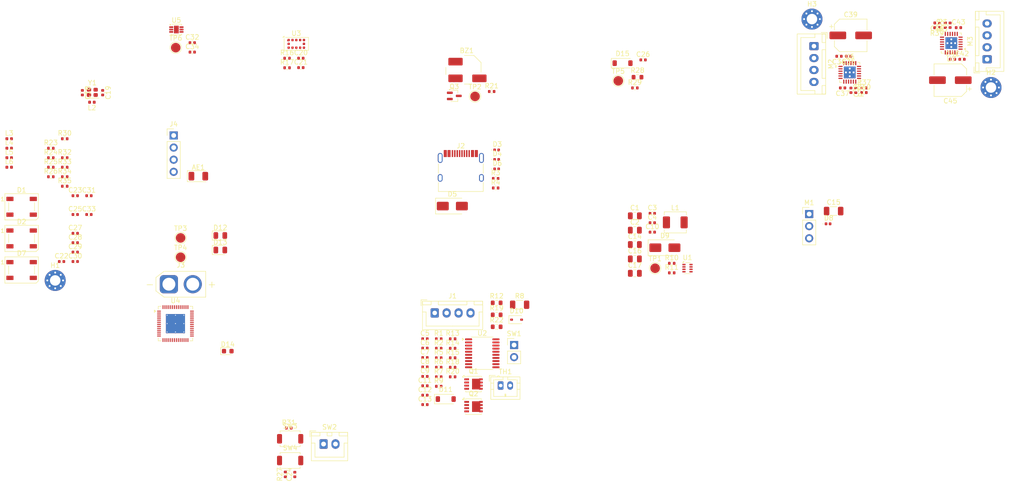
<source format=kicad_pcb>
(kicad_pcb (version 20241229) (generator "pcbnew") (generator_version "9.0")
  (layers (0 "F.Cu" signal) (4 "In1.Cu" signal) (6 "In2.Cu" signal) (2 "B.Cu" signal) (13 "F.Paste" user) (15 "B.Paste" user) (5 "F.SilkS" user "F.Silkscreen") (7 "B.SilkS" user "B.Silkscreen") (1 "F.Mask" user) (3 "B.Mask" user) (25 "Edge.Cuts" user))
  (net 0 "")
  (net 1 "/RF_ANT")
  (net 2 "+3V3")
  (net 3 "Net-(BZ1--)")
  (net 4 "GND")
  (net 5 "+BATT")
  (net 6 "Net-(U1-SS)")
  (net 7 "BGND")
  (net 8 "Net-(U2-SRP)")
  (net 9 "Net-(U2-VC3)")
  (net 10 "Net-(U2-VC2)")
  (net 11 "Net-(U2-VC1)")
  (net 12 "Net-(U2-SRN)")
  (net 13 "Net-(U1-BST)")
  (net 14 "Net-(U1-SW)")
  (net 15 "Net-(U2-VDD)")
  (net 16 "Net-(U2-AVDD)")
  (net 17 "+5V")
  (net 18 "/XTAL_PL")
  (net 19 "/XTAL_N")
  (net 20 "/RF_TRANS")
  (net 21 "/RF_ESP")
  (net 22 "/CHIP_PU")
  (net 23 "/Vsense")
  (net 24 "/VDD_SPI")
  (net 25 "VDD3P3")
  (net 26 "+5V_MCU")
  (net 27 "Net-(U6-CPH)")
  (net 28 "Net-(U6-CPL)")
  (net 29 "Net-(U6-VCP)")
  (net 30 "Net-(U6-DVDD)")
  (net 31 "Net-(U6-VREF)")
  (net 32 "Net-(U7-CPH)")
  (net 33 "Net-(U7-CPL)")
  (net 34 "Net-(U7-VCP)")
  (net 35 "Net-(U7-DVDD)")
  (net 36 "Net-(U7-VREF)")
  (net 37 "Net-(D1-DOUT)")
  (net 38 "/RGB1")
  (net 39 "Net-(D2-DOUT)")
  (net 40 "D-")
  (net 41 "+Vbus")
  (net 42 "D+")
  (net 44 "Net-(D10-K)")
  (net 45 "Net-(D10-A)")
  (net 46 "Net-(D12-A)")
  (net 47 "Net-(D13-A)")
  (net 48 "Net-(D14-A)")
  (net 49 "Net-(J1-Pin_2)")
  (net 50 "Net-(J1-Pin_3)")
  (net 51 "Net-(J2-CC1)")
  (net 52 "Net-(J2-CC2)")
  (net 53 "/U0RXD")
  (net 54 "Net-(J4-Pin_4)")
  (net 55 "/XTAL_P")
  (net 56 "Net-(L3-Pad2)")
  (net 57 "/SERVO1")
  (net 58 "Net-(U6-BOUT2)")
  (net 59 "Net-(U6-AOUT2)")
  (net 60 "Net-(M2--)")
  (net 61 "Net-(U6-BOUT1)")
  (net 62 "Net-(U7-AOUT1)")
  (net 63 "Net-(U7-BOUT2)")
  (net 64 "Net-(U7-BOUT1)")
  (net 65 "Net-(M3--)")
  (net 66 "Net-(Q1-D)")
  (net 67 "Net-(Q1-S-Pad1)")
  (net 68 "Net-(Q1-G)")
  (net 69 "Net-(Q3-G)")
  (net 70 "Net-(SW1-B)")
  (net 71 "Net-(U1-FB)")
  (net 72 "Net-(U2-VTB)")
  (net 73 "Net-(U2-TS)")
  (net 74 "Net-(U2-DSG)")
  (net 75 "Net-(U3-XSHUT)")
  (net 76 "Net-(U3-GPIO1)")
  (net 77 "Net-(U2-CHG)")
  (net 78 "/BUZZER")
  (net 79 "Net-(U2-LD)")
  (net 80 "/U0TXD")
  (net 81 "/BOOT")
  (net 82 "/ESP_D+")
  (net 83 "/ESP_D-")
  (net 84 "/SDA")
  (net 85 "/SCL")
  (net 86 "/~{FAULT_1}")
  (net 87 "/VPWM_1")
  (net 88 "/~{FAULT_2}")
  (net 89 "/VPWM_2")
  (net 90 "/EMS")
  (net 91 "/STEP_1")
  (net 96 "/DIR_1")
  (net 100 "/STEP_2")
  (net 103 "/~{SLEEP_1}")
  (net 104 "/EN_1")
  (net 109 "/DIR_2")
  (net 111 "/EN_2")
  (net 119 "/~{SLEEP_2}")
  (footprint "GLCS:Texas_RGE0024B_VQFN-24-1EP_4x4mm_P0.5mm_EP2.5x2.5mm_ThermalVias" (layer "F.Cu") (at 206.75 107)
    (property "Reference" "U6" (at 0 -3.33 0) (layer "F.SilkS"))
    (property "Value" "DRV8424RGER")
    (pad "1" smd roundrect (at -1.9375 -1.25) (size 0.875 0.25) (layers "F.Cu" "F.Mask" "F.Paste") (net 5 "+BATT"))
    (pad "2" smd roundrect (at -1.9375 -0.75) (size 0.875 0.25) (layers "F.Cu" "F.Mask" "F.Paste") (net 4 "GND"))
    (pad "3" smd roundrect (at -1.9375 -0.25) (size 0.875 0.25) (layers "F.Cu" "F.Mask" "F.Paste") (net 60 "Net-(M2--)"))
    (pad "4" smd roundrect (at -1.9375 0.25) (size 0.875 0.25) (layers "F.Cu" "F.Mask" "F.Paste") (net 59 "Net-(U6-AOUT2)"))
    (pad "5" smd roundrect (at -1.9375 0.75) (size 0.875 0.25) (layers "F.Cu" "F.Mask" "F.Paste") (net 58 "Net-(U6-BOUT2)"))
    (pad "6" smd roundrect (at -1.9375 1.25) (size 0.875 0.25) (layers "F.Cu" "F.Mask" "F.Paste") (net 61 "Net-(U6-BOUT1)"))
    (pad "7" smd roundrect (at -1.25 1.9375) (size 0.25 0.875) (layers "F.Cu" "F.Mask" "F.Paste") (net 4 "GND"))
    (pad "8" smd roundrect (at -0.75 1.9375) (size 0.25 0.875) (layers "F.Cu" "F.Mask" "F.Paste") (net 5 "+BATT"))
    (pad "9" smd roundrect (at -0.25 1.9375) (size 0.25 0.875) (layers "F.Cu" "F.Mask" "F.Paste") (net 4 "GND"))
    (pad "10" smd roundrect (at 0.25 1.9375) (size 0.25 0.875) (layers "F.Cu" "F.Mask" "F.Paste") (net 30 "Net-(U6-DVDD)"))
    (pad "11" smd roundrect (at 0.75 1.9375) (size 0.25 0.875) (layers "F.Cu" "F.Mask" "F.Paste") (net 86 "/~{FAULT_1}"))
    (pad "12" smd roundrect (at 1.25 1.9375) (size 0.25 0.875) (layers "F.Cu" "F.Mask" "F.Paste") (net 31 "Net-(U6-VREF)"))
    (pad "13" smd roundrect (at 1.9375 1.25) (size 0.875 0.25) (layers "F.Cu" "F.Mask" "F.Paste") (net 2 "+3V3"))
    (pad "14" smd roundrect (at 1.9375 0.75) (size 0.875 0.25) (layers "F.Cu" "F.Mask" "F.Paste"))
    (pad "15" smd roundrect (at 1.9375 0.25) (size 0.875 0.25) (layers "F.Cu" "F.Mask" "F.Paste") (net 4 "GND"))
    (pad "16" smd roundrect (at 1.9375 -0.25) (size 0.875 0.25) (layers "F.Cu" "F.Mask" "F.Paste") (net 4 "GND"))
    (pad "17" smd roundrect (at 1.9375 -0.75) (size 0.875 0.25) (layers "F.Cu" "F.Mask" "F.Paste"))
    (pad "18" smd roundrect (at 1.9375 -1.25) (size 0.875 0.25) (layers "F.Cu" "F.Mask" "F.Paste") (net 91 "/STEP_1"))
    (pad "19" smd roundrect (at 1.25 -1.9375) (size 0.25 0.875) (layers "F.Cu" "F.Mask" "F.Paste") (net 96 "/DIR_1"))
    (pad "20" smd roundrect (at 0.75 -1.9375) (size 0.25 0.875) (layers "F.Cu" "F.Mask" "F.Paste") (net 104 "/EN_1"))
    (pad "21" smd roundrect (at 0.25 -1.9375) (size 0.25 0.875) (layers "F.Cu" "F.Mask" "F.Paste") (net 103 "/~{SLEEP_1}"))
    (pad "22" smd roundrect (at -0.25 -1.9375) (size 0.25 0.875) (layers "F.Cu" "F.Mask" "F.Paste") (net 28 "Net-(U6-CPL)"))
    (pad "23" smd roundrect (at -0.75 -1.9375) (size 0.25 0.875) (layers "F.Cu" "F.Mask" "F.Paste") (net 27 "Net-(U6-CPH)"))
    (pad "24" smd roundrect (at -1.25 -1.9375) (size 0.25 0.875) (layers "F.Cu" "F.Mask" "F.Paste") (net 29 "Net-(U6-VCP)"))
    (pad "25" thru_hole circle (at -0.8 0) (size 0.5 0.5) (drill 0.4) (property pad_prop_heatsink) (layers "*.Cu") (net 4 "GND"))
    (pad "25" thru_hole circle (at 0 -0.8) (size 0.5 0.5) (drill 0.4) (property pad_prop_heatsink) (layers "*.Cu") (net 4 "GND"))
    (pad "25" thru_hole circle (at 0 0) (size 0.5 0.5) (drill 0.4) (property pad_prop_heatsink) (layers "*.Cu") (net 4 "GND"))
    (pad "25" smd rect (at 0 0) (size 2.45 2.45) (property pad_prop_heatsink) (layers "F.Cu" "F.Mask") (net 4 "GND"))
    (pad "25" smd rect (at 0 0) (size 2.45 2.45) (property pad_prop_heatsink) (layers "B.Cu") (net 4 "GND"))
    (pad "25" thru_hole circle (at 0 0.8) (size 0.5 0.5) (drill 0.4) (property pad_prop_heatsink) (layers "*.Cu") (net 4 "GND"))
    (pad "25" thru_hole circle (at 0.8 0) (size 0.5 0.5) (drill 0.4) (property pad_prop_heatsink) (layers "*.Cu") (net 4 "GND"))
  )
  (footprint "Resistor_SMD:R_0402_1005Metric" (layer "F.Cu") (at 120.655 162.81)
    (property "Reference" "R1" (at 0 -1.17 0) (layer "F.SilkS"))
    (property "Value" "1k")
    (pad "1" smd roundrect (at -0.51 0) (size 0.54 0.64) (layers "F.Cu" "F.Mask" "F.Paste") (net 49 "Net-(J1-Pin_2)"))
    (pad "2" smd roundrect (at 0.51 0) (size 0.54 0.64) (layers "F.Cu" "F.Mask" "F.Paste") (net 10 "Net-(U2-VC2)"))
  )
  (footprint "MountingHole:MountingHole_2.2mm_M2_Pad_Via" (layer "F.Cu") (at 40.3075 150.58)
    (property "Reference" "H1" (at 0 -3.15 0) (layer "F.SilkS"))
    (property "Value" "MountingHole_Pad")
    (pad "1" thru_hole circle (at -1.65 0) (size 0.7 0.7) (drill 0.4) (layers "*.Cu" "*.Mask") (net 4 "GND"))
    (pad "1" thru_hole circle (at -1.166726 -1.166726) (size 0.7 0.7) (drill 0.4) (layers "*.Cu" "*.Mask") (net 4 "GND"))
    (pad "1" thru_hole circle (at -1.166726 1.166726) (size 0.7 0.7) (drill 0.4) (layers "*.Cu" "*.Mask") (net 4 "GND"))
    (pad "1" thru_hole circle (at 0 -1.65) (size 0.7 0.7) (drill 0.4) (layers "*.Cu" "*.Mask") (net 4 "GND"))
    (pad "1" thru_hole circle (at 0 0) (size 4.4 4.4) (drill 2.2) (layers "*.Cu" "*.Mask") (net 4 "GND"))
    (pad "1" thru_hole circle (at 0 1.65) (size 0.7 0.7) (drill 0.4) (layers "*.Cu" "*.Mask") (net 4 "GND"))
    (pad "1" thru_hole circle (at 1.166726 -1.166726) (size 0.7 0.7) (drill 0.4) (layers "*.Cu" "*.Mask") (net 4 "GND"))
    (pad "1" thru_hole circle (at 1.166726 1.166726) (size 0.7 0.7) (drill 0.4) (layers "*.Cu" "*.Mask") (net 4 "GND"))
    (pad "1" thru_hole circle (at 1.65 0) (size 0.7 0.7) (drill 0.4) (layers "*.Cu" "*.Mask") (net 4 "GND"))
  )
  (footprint "Capacitor_SMD:C_0402_1005Metric" (layer "F.Cu") (at 230.27 104.25)
    (property "Reference" "C42" (at 0 -1.16 0) (layer "F.SilkS"))
    (property "Value" "22n")
    (pad "1" smd roundrect (at -0.48 0) (size 0.56 0.62) (layers "F.Cu" "F.Mask" "F.Paste") (net 34 "Net-(U7-VCP)"))
    (pad "2" smd roundrect (at 0.48 0) (size 0.56 0.62) (layers "F.Cu" "F.Mask" "F.Paste") (net 5 "+BATT"))
  )
  (footprint "Capacitor_SMD:C_0402_1005Metric" (layer "F.Cu") (at 47.3775 136.77)
    (property "Reference" "C33" (at 0 -1.16 0) (layer "F.SilkS"))
    (property "Value" "1u")
    (pad "1" smd roundrect (at -0.48 0) (size 0.56 0.62) (layers "F.Cu" "F.Mask" "F.Paste") (net 2 "+3V3"))
    (pad "2" smd roundrect (at 0.48 0) (size 0.56 0.62) (layers "F.Cu" "F.Mask" "F.Paste") (net 4 "GND"))
  )
  (footprint "GLCS:DFN-6-1EP_2x2mm_P0.5mm_ST" (layer "F.Cu") (at 65.69 98.02)
    (property "Reference" "U5" (at 0 -1.95 0) (layer "F.SilkS"))
    (property "Value" "LDL212PV33R")
    (pad "1" smd roundrect (at -1.075 -0.5) (size 0.85 0.35) (layers "F.Cu" "F.Mask" "F.Paste") (net 4 "GND"))
    (pad "2" smd roundrect (at -1.075 0) (size 0.85 0.35) (layers "F.Cu" "F.Mask" "F.Paste") (net 2 "+3V3"))
    (pad "3" smd roundrect (at -1.075 0.5) (size 0.85 0.35) (layers "F.Cu" "F.Mask" "F.Paste") (net 2 "+3V3"))
    (pad "4" smd roundrect (at 1.075 0.5) (size 0.85 0.35) (layers "F.Cu" "F.Mask" "F.Paste") (net 26 "+5V_MCU"))
    (pad "5" smd roundrect (at 1.075 0) (size 0.85 0.35) (layers "F.Cu" "F.Mask" "F.Paste"))
    (pad "6" smd roundrect (at 1.075 -0.5) (size 0.85 0.35) (layers "F.Cu" "F.Mask" "F.Paste") (net 26 "+5V_MCU"))
    (pad "7" smd rect (at 0 0) (size 1 1.6) (property pad_prop_heatsink) (layers "F.Cu" "F.Mask"))
  )
  (footprint "Capacitor_SMD:C_0805_2012Metric" (layer "F.Cu") (at 161.73 149.085)
    (property "Reference" "C17" (at 0 -1.68 0) (layer "F.SilkS"))
    (property "Value" "10u")
    (pad "1" smd roundrect (at -0.95 0) (size 1 1.45) (layers "F.Cu" "F.Mask" "F.Paste") (net 17 "+5V"))
    (pad "2" smd roundrect (at 0.95 0) (size 1 1.45) (layers "F.Cu" "F.Mask" "F.Paste") (net 4 "GND"))
  )
  (footprint "Capacitor_SMD:C_0402_1005Metric" (layer "F.Cu") (at 205.25 110.25 180)
    (property "Reference" "C37" (at 0 -1.16 0) (layer "F.SilkS"))
    (property "Value" "10n")
    (pad "1" smd roundrect (at -0.48 0 180) (size 0.56 0.62) (layers "F.Cu" "F.Mask" "F.Paste") (net 5 "+BATT"))
    (pad "2" smd roundrect (at 0.48 0 180) (size 0.56 0.62) (layers "F.Cu" "F.Mask" "F.Paste") (net 4 "GND"))
  )
  (footprint "Package_TO_SOT_SMD:SOT-583-8" (layer "F.Cu") (at 172.76 148)
    (property "Reference" "U1" (at 0 -2.2 0) (layer "F.SilkS"))
    (property "Value" "TPS62933")
    (pad "1" smd roundrect (at -0.74 -0.75) (size 0.67 0.3) (layers "F.Cu" "F.Mask" "F.Paste") (roundrect_rratio 0.1666666667) (net 4 "GND"))
    (pad "2" smd roundrect (at -0.74 -0.25) (size 0.67 0.3) (layers "F.Cu" "F.Mask" "F.Paste") (roundrect_rratio 0.1666666667))
    (pad "3" smd roundrect (at -0.74 0.25) (size 0.67 0.3) (layers "F.Cu" "F.Mask" "F.Paste") (roundrect_rratio 0.1666666667) (net 5 "+BATT"))
    (pad "4" smd roundrect (at -0.74 0.75) (size 0.67 0.3) (layers "F.Cu" "F.Mask" "F.Paste") (roundrect_rratio 0.1666666667) (net 4 "GND"))
    (pad "5" smd roundrect (at 0.74 0.75) (size 0.67 0.3) (layers "F.Cu" "F.Mask" "F.Paste") (roundrect_rratio 0.1666666667) (net 14 "Net-(U1-SW)"))
    (pad "6" smd roundrect (at 0.74 0.25) (size 0.67 0.3) (layers "F.Cu" "F.Mask" "F.Paste") (roundrect_rratio 0.1666666667) (net 13 "Net-(U1-BST)"))
    (pad "7" smd roundrect (at 0.74 -0.25) (size 0.67 0.3) (layers "F.Cu" "F.Mask" "F.Paste") (roundrect_rratio 0.1666666667) (net 6 "Net-(U1-SS)"))
    (pad "8" smd roundrect (at 0.74 -0.75) (size 0.67 0.3) (layers "F.Cu" "F.Mask" "F.Paste") (roundrect_rratio 0.1666666667) (net 71 "Net-(U1-FB)"))
  )
  (footprint "Resistor_SMD:R_0402_1005Metric" (layer "F.Cu") (at 42.3075 126.87)
    (property "Reference" "R33" (at 0 -1.17 0) (layer "F.SilkS"))
    (property "Value" "22")
    (pad "1" smd roundrect (at -0.51 0) (size 0.54 0.64) (layers "F.Cu" "F.Mask" "F.Paste") (net 83 "/ESP_D-"))
    (pad "2" smd roundrect (at 0.51 0) (size 0.54 0.64) (layers "F.Cu" "F.Mask" "F.Paste") (net 40 "D-"))
  )
  (footprint "Diode_SMD:D_SOD-323" (layer "F.Cu") (at 136.96 158.8)
    (property "Reference" "D10" (at 0 -1.85 0) (layer "F.SilkS"))
    (property "Value" "100")
    (pad "1" smd roundrect (at -1.05 0) (size 0.6 0.45) (layers "F.Cu" "F.Mask" "F.Paste") (net 44 "Net-(D10-K)"))
    (pad "2" smd roundrect (at 1.05 0) (size 0.6 0.45) (layers "F.Cu" "F.Mask" "F.Paste") (net 45 "Net-(D10-A)"))
  )
  (footprint "Capacitor_SMD:CP_Elec_6.3x7.7" (layer "F.Cu") (at 227.82 108.625 180)
    (property "Reference" "C45" (at 0 -4.35 0) (layer "F.SilkS"))
    (property "Value" "100u")
    (pad "1" smd roundrect (at -2.7 0 180) (size 3.5 1.6) (layers "F.Cu" "F.Mask" "F.Paste") (roundrect_rratio 0.15625) (net 5 "+BATT"))
    (pad "2" smd roundrect (at 2.7 0 180) (size 3.5 1.6) (layers "F.Cu" "F.Mask" "F.Paste") (roundrect_rratio 0.15625) (net 4 "GND"))
  )
  (footprint "Inductor_SMD:L_0402_1005Metric" (layer "F.Cu") (at 30.6675 124.88)
    (property "Reference" "L5" (at 0 -1.17 0) (layer "F.SilkS"))
    (property "Value" "2n7")
    (pad "1" smd roundrect (at -0.485 0) (size 0.59 0.64) (layers "F.Cu" "F.Mask" "F.Paste") (net 20 "/RF_TRANS"))
    (pad "2" smd roundrect (at 0.485 0) (size 0.59 0.64) (layers "F.Cu" "F.Mask" "F.Paste") (net 21 "/RF_ESP"))
  )
  (footprint "GLCS:Diode_DFN1006" (layer "F.Cu") (at 132.78 123.25)
    (property "Reference" "D3" (at 0.14 -1.2 0) (layer "F.SilkS"))
    (property "Value" "H5VU10U")
    (pad "1" smd roundrect (at -0.425 0) (size 0.55 0.6) (layers "F.Cu" "F.Mask" "F.Paste") (net 40 "D-"))
    (pad "2" smd roundrect (at 0.425 0) (size 0.55 0.6) (layers "F.Cu" "F.Mask" "F.Paste") (net 4 "GND"))
  )
  (footprint "Capacitor_SMD:C_0402_1005Metric" (layer "F.Cu") (at 117.765 162.8)
    (property "Reference" "C5" (at 0 -1.16 0) (layer "F.SilkS"))
    (property "Value" "0u1")
    (pad "1" smd roundrect (at -0.48 0) (size 0.56 0.62) (layers "F.Cu" "F.Mask" "F.Paste") (net 8 "Net-(U2-SRP)"))
    (pad "2" smd roundrect (at 0.48 0) (size 0.56 0.62) (layers "F.Cu" "F.Mask" "F.Paste") (net 7 "BGND"))
  )
  (footprint "Resistor_SMD:R_0402_1005Metric" (layer "F.Cu") (at 131.74 111)
    (property "Reference" "R21" (at 0 -1.17 0) (layer "F.SilkS"))
    (property "Value" "510")
    (pad "1" smd roundrect (at -0.51 0) (size 0.54 0.64) (layers "F.Cu" "F.Mask" "F.Paste") (net 78 "/BUZZER"))
    (pad "2" smd roundrect (at 0.51 0) (size 0.54 0.64) (layers "F.Cu" "F.Mask" "F.Paste") (net 69 "Net-(Q3-G)"))
  )
  (footprint "Capacitor_SMD:C_0402_1005Metric" (layer "F.Cu") (at 117.765 174.62)
    (property "Reference" "C12" (at 0 -1.16 0) (layer "F.SilkS"))
    (property "Value" "0u1")
    (pad "1" smd roundrect (at -0.48 0) (size 0.56 0.62) (layers "F.Cu" "F.Mask" "F.Paste") (net 12 "Net-(U2-SRN)"))
    (pad "2" smd roundrect (at 0.48 0) (size 0.56 0.62) (layers "F.Cu" "F.Mask" "F.Paste") (net 7 "BGND"))
  )
  (footprint "Connector_JST:JST_PH_B2B-PH-K_1x02_P2.00mm_Vertical" (layer "F.Cu") (at 133.615 172.59)
    (property "Reference" "TH1" (at 1 -2.9 0) (layer "F.SilkS"))
    (property "Value" "10k/3435K")
    (pad "1" thru_hole roundrect (at 0 0) (size 1.2 1.75) (drill 0.75) (layers "*.Cu" "*.Mask") (roundrect_rratio 0.208333) (net 73 "Net-(U2-TS)"))
    (pad "2" thru_hole oval (at 2 0) (size 1.2 1.75) (drill 0.75) (layers "*.Cu" "*.Mask") (net 7 "BGND"))
  )
  (footprint "LED_SMD:LED_WS2812B_PLCC4_5.0x5.0mm_P3.2mm" (layer "F.Cu") (at 33.2725 135.155)
    (property "Reference" "D1" (at 0 -3.5 0) (layer "F.SilkS"))
    (property "Value" "WS2812B")
    (fp_text user "1" (at -4 -1.6 0) (layer "F.SilkS") (effects (font (size 0.8 0.8))))
    (pad "1" smd roundrect (at -2.45 -1.65) (size 1.5 0.9) (layers "F.Cu" "F.Mask" "F.Paste") (roundrect_rratio 0.1) (net 26 "+5V_MCU"))
    (pad "2" smd roundrect (at -2.45 1.65) (size 1.5 0.9) (layers "F.Cu" "F.Mask" "F.Paste") (roundrect_rratio 0.1) (net 37 "Net-(D1-DOUT)"))
    (pad "3" smd roundrect (at 2.45 1.65) (size 1.5 0.9) (layers "F.Cu" "F.Mask" "F.Paste") (roundrect_rratio 0.1) (net 4 "GND"))
    (pad "4" smd roundrect (at 2.45 -1.65) (size 1.5 0.9) (layers "F.Cu" "F.Mask" "F.Paste") (roundrect_rratio 0.1) (net 38 "/RGB1"))
  )
  (footprint "Capacitor_SMD:C_0402_1005Metric" (layer "F.Cu") (at 165.39 138.495)
    (property "Reference" "C4" (at 0 -1.16 0) (layer "F.SilkS"))
    (property "Value" "0u1")
    (pad "1" smd roundrect (at -0.48 0) (size 0.56 0.62) (layers "F.Cu" "F.Mask" "F.Paste") (net 4 "GND"))
    (pad "2" smd roundrect (at 0.48 0) (size 0.56 0.62) (layers "F.Cu" "F.Mask" "F.Paste") (net 6 "Net-(U1-SS)"))
  )
  (footprint "Inductor_SMD:L_0402_1005Metric" (layer "F.Cu") (at 30.6675 120.9)
    (property "Reference" "L3" (at 0 -1.17 0) (layer "F.SilkS"))
    (property "Value" "6n8")
    (pad "1" smd roundrect (at -0.485 0) (size 0.59 0.64) (layers "F.Cu" "F.Mask" "F.Paste") (net 1 "/RF_ANT"))
    (pad "2" smd roundrect (at 0.485 0) (size 0.59 0.64) (layers "F.Cu" "F.Mask" "F.Paste") (net 56 "Net-(L3-Pad2)"))
  )
  (footprint "Resistor_SMD:R_0402_1005Metric" (layer "F.Cu") (at 88.88 106.03)
    (property "Reference" "R17" (at 0 -1.17 0) (layer "F.SilkS"))
    (property "Value" "10k")
    (pad "1" smd roundrect (at -0.51 0) (size 0.54 0.64) (layers "F.Cu" "F.Mask" "F.Paste") (net 76 "Net-(U3-GPIO1)"))
    (pad "2" smd roundrect (at 0.51 0) (size 0.54 0.64) (layers "F.Cu" "F.Mask" "F.Paste") (net 2 "+3V3"))
  )
  (footprint "Connector_PinHeader_2.54mm:PinHeader_1x02_P2.54mm_Vertical" (layer "F.Cu") (at 136.435 164.11)
    (property "Reference" "SW1" (at 0 -2.38 0) (layer "F.SilkS"))
    (property "Value" "SW_SPST")
    (pad "1" thru_hole rect (at 0 0) (size 1.7 1.7) (drill 1) (layers "*.Cu" "*.Mask") (net 5 "+BATT"))
    (pad "2" thru_hole circle (at 0 2.54) (size 1.7 1.7) (drill 1) (layers "*.Cu" "*.Mask") (net 70 "Net-(SW1-B)"))
  )
  (footprint "Connector_PinHeader_2.54mm:PinHeader_1x03_P2.54mm_Vertical" (layer "F.Cu") (at 198.25 136.67)
    (property "Reference" "M1" (at 0 -2.38 0) (layer "F.SilkS"))
    (property "Value" "Motor_Servo")
    (pad "1" thru_hole rect (at 0 0) (size 1.7 1.7) (drill 1) (layers "*.Cu" "*.Mask") (net 57 "/SERVO1"))
    (pad "2" thru_hole circle (at 0 2.54) (size 1.7 1.7) (drill 1) (layers "*.Cu" "*.Mask") (net 17 "+5V"))
    (pad "3" thru_hole circle (at 0 5.08) (size 1.7 1.7) (drill 1) (layers "*.Cu" "*.Mask") (net 4 "GND"))
  )
  (footprint "Capacitor_SMD:C_0805_2012Metric" (layer "F.Cu") (at 161.73 140.055)
    (property "Reference" "C2" (at 0 -1.68 0) (layer "F.SilkS"))
    (property "Value" "10u")
    (pad "1" smd roundrect (at -0.95 0) (size 1 1.45) (layers "F.Cu" "F.Mask" "F.Paste") (net 5 "+BATT"))
    (pad "2" smd roundrect (at 0.95 0) (size 1 1.45) (layers "F.Cu" "F.Mask" "F.Paste") (net 4 "GND"))
  )
  (footprint "Resistor_SMD:R_1206_3216Metric" (layer "F.Cu") (at 137.595 155.67)
    (property "Reference" "R8" (at 0 -1.83 0) (layer "F.SilkS"))
    (property "Value" "10m/1W")
    (pad "1" smd roundrect (at -1.4625 0) (size 1.125 1.75) (layers "F.Cu" "F.Mask" "F.Paste") (roundrect_rratio 0.222222) (net 7 "BGND"))
    (pad "2" smd roundrect (at 1.4625 0) (size 1.125 1.75) (layers "F.Cu" "F.Mask" "F.Paste") (roundrect_rratio 0.222222) (net 67 "Net-(Q1-S-Pad1)"))
  )
  (footprint "Resistor_SMD:R_0402_1005Metric" (layer "F.Cu") (at 88.88 104.04)
    (property "Reference" "R16" (at 0 -1.17 0) (layer "F.SilkS"))
    (property "Value" "10k")
    (pad "1" smd roundrect (at -0.51 0) (size 0.54 0.64) (layers "F.Cu" "F.Mask" "F.Paste") (net 75 "Net-(U3-XSHUT)"))
    (pad "2" smd roundrect (at 0.51 0) (size 0.54 0.64) (layers "F.Cu" "F.Mask" "F.Paste") (net 2 "+3V3"))
  )
  (footprint "TestPoint:TestPoint_Pad_D2.0mm" (layer "F.Cu") (at 158.26 108.77)
    (property "Reference" "TP5" (at 0 -1.998 0) (layer "F.SilkS"))
    (property "Value" "TestPoint")
    (pad "1" smd circle (at 0 0) (size 2 2) (layers "F.Cu" "F.Mask") (net 23 "/Vsense"))
  )
  (footprint "Capacitor_SMD:C_0402_1005Metric" (layer "F.Cu") (at 206.5 103.625 180)
    (property "Reference" "C35" (at 0 -1.16 0) (layer "F.SilkS"))
    (property "Value" "22n")
    (pad "1" smd roundrect (at -0.48 0 180) (size 0.56 0.62) (layers "F.Cu" "F.Mask" "F.Paste") (net 28 "Net-(U6-CPL)"))
    (pad "2" smd roundrect (at 0.48 0 180) (size 0.56 0.62) (layers "F.Cu" "F.Mask" "F.Paste") (net 27 "Net-(U6-CPH)"))
  )
  (footprint "Capacitor_SMD:C_0402_1005Metric" (layer "F.Cu") (at 47.3775 132.83)
    (property "Reference" "C31" (at 0 -1.16 0) (layer "F.SilkS"))
    (property "Value" "0u1")
    (pad "1" smd roundrect (at -0.48 0) (size 0.56 0.62) (layers "F.Cu" "F.Mask" "F.Paste") (net 2 "+3V3"))
    (pad "2" smd roundrect (at 0.48 0) (size 0.56 0.62) (layers "F.Cu" "F.Mask" "F.Paste") (net 4 "GND"))
  )
  (footprint "GLCS:Diode_DFN1006" (layer "F.Cu") (at 132.78 127.23)
    (property "Reference" "D6" (at 0.14 -1.2 0) (layer "F.SilkS"))
    (property "Value" "H5VU10U")
    (pad "1" smd roundrect (at -0.425 0) (size 0.55 0.6) (layers "F.Cu" "F.Mask" "F.Paste") (net 42 "D+"))
    (pad "2" smd roundrect (at 0.425 0) (size 0.55 0.6) (layers "F.Cu" "F.Mask" "F.Paste") (net 4 "GND"))
  )
  (footprint "Capacitor_SMD:C_0402_1005Metric" (layer "F.Cu") (at 207 110.75 -90)
    (property "Reference" "C38" (at 0 -1.16 90) (layer "F.SilkS"))
    (property "Value" "1u")
    (pad "1" smd roundrect (at -0.48 0 270) (size 0.56 0.62) (layers "F.Cu" "F.Mask" "F.Paste") (net 30 "Net-(U6-DVDD)"))
    (pad "2" smd roundrect (at 0.48 0 270) (size 0.56 0.62) (layers "F.Cu" "F.Mask" "F.Paste") (net 4 "GND"))
  )
  (footprint "Resistor_SMD:R_0402_1005Metric" (layer "F.Cu") (at 169.46 148.985)
    (property "Reference" "R11" (at 0 -1.17 0) (layer "F.SilkS"))
    (property "Value" "10k")
    (pad "1" smd roundrect (at -0.51 0) (size 0.54 0.64) (layers "F.Cu" "F.Mask" "F.Paste") (net 4 "GND"))
    (pad "2" smd roundrect (at 0.51 0) (size 0.54 0.64) (layers "F.Cu" "F.Mask" "F.Paste") (net 71 "Net-(U1-FB)"))
  )
  (footprint "Capacitor_SMD:C_0402_1005Metric" (layer "F.Cu") (at 44.5075 140.71)
    (property "Reference" "C27" (at 0 -1.16 0) (layer "F.SilkS"))
    (property "Value" "0u1")
    (pad "1" smd roundrect (at -0.48 0) (size 0.56 0.62) (layers "F.Cu" "F.Mask" "F.Paste") (net 2 "+3V3"))
    (pad "2" smd roundrect (at 0.48 0) (size 0.56 0.62) (layers "F.Cu" "F.Mask" "F.Paste") (net 4 "GND"))
  )
  (footprint "Capacitor_SMD:C_0402_1005Metric" (layer "F.Cu") (at 227.77 97.125 90)
    (property "Reference" "C44" (at 0 -1.16 90) (layer "F.SilkS"))
    (property "Value" "1u")
    (pad "1" smd roundrect (at -0.48 0 90) (size 0.56 0.62) (layers "F.Cu" "F.Mask" "F.Paste") (net 35 "Net-(U7-DVDD)"))
    (pad "2" smd roundrect (at 0.48 0 90) (size 0.56 0.62) (layers "F.Cu" "F.Mask" "F.Paste") (net 4 "GND"))
  )
  (footprint "Diode_SMD:D_SOD-123" (layer "F.Cu") (at 122.12 175.43)
    (property "Reference" "D11" (at 0 -2 0) (layer "F.SilkS"))
    (property "Value" "16")
    (pad "1" smd roundrect (at -1.65 0) (size 0.9 1.2) (layers "F.Cu" "F.Mask" "F.Paste") (net 44 "Net-(D10-K)"))
    (pad "2" smd roundrect (at 1.65 0) (size 0.9 1.2) (layers "F.Cu" "F.Mask" "F.Paste") (net 4 "GND"))
  )
  (footprint "RF_Antenna:Johanson_2450AT18x100" (layer "F.Cu") (at 70.2925 128.735)
    (property "Reference" "AE1" (at 0 -1.85 0) (layer "F.SilkS"))
    (property "Value" "Antenna")
    (pad "1" smd roundrect (at -1.45 0) (size 1.2 1.8) (layers "F.Cu" "F.Mask" "F.Paste") (roundrect_rratio 0.208333) (net 1 "/RF_ANT"))
    (pad "2" smd roundrect (at 1.45 0) (size 1.2 1.8) (layers "F.Cu" "F.Mask" "F.Paste") (roundrect_rratio 0.208333))
  )
  (footprint "Diode_SMD:D_SMA" (layer "F.Cu") (at 123.5 135)
    (property "Reference" "D5" (at 0 -2.5 0) (layer "F.SilkS"))
    (property "Value" "D_Schottky")
    (pad "1" smd roundrect (at -2 0) (size 2.5 1.8) (layers "F.Cu" "F.Mask" "F.Paste") (roundrect_rratio 0.1388888889) (net 26 "+5V_MCU"))
    (pad "2" smd roundrect (at 2 0) (size 2.5 1.8) (layers "F.Cu" "F.Mask" "F.Paste") (roundrect_rratio 0.1388888889) (net 41 "+Vbus"))
  )
  (footprint "LED_SMD:LED_0805_2012Metric" (layer "F.Cu") (at 74.8975 144.205)
    (property "Reference" "D13" (at 0 -1.65 0) (layer "F.SilkS"))
    (property "Value" "GREEN")
    (pad "1" smd roundrect (at -0.9375 0) (size 0.975 1.4) (layers "F.Cu" "F.Mask" "F.Paste") (net 4 "GND"))
    (pad "2" smd roundrect (at 0.9375 0) (size 0.975 1.4) (layers "F.Cu" "F.Mask" "F.Paste") (net 47 "Net-(D13-A)"))
  )
  (footprint "TestPoint:TestPoint_Pad_D2.0mm" (layer "F.Cu") (at 66.5775 145.72)
    (property "Reference" "TP4" (at 0 -1.998 0) (layer "F.SilkS"))
    (property "Value" "TestPoint")
    (pad "1" smd circle (at 0 0) (size 2 2) (layers "F.Cu" "F.Mask") (net 89 "/VPWM_2"))
  )
  (footprint "Connector_JST:JST_XH_B4B-XH-A_1x04_P2.50mm_Vertical" (layer "F.Cu") (at 119.805 157.39)
    (property "Reference" "J1" (at 3.75 -3.55 0) (layer "F.SilkS"))
    (property "Value" "Conn_01x04")
    (pad "1" thru_hole roundrect (at 0 0) (size 1.7 1.95) (drill 0.95) (layers "*.Cu" "*.Mask") (roundrect_rratio 0.147059) (net 5 "+BATT"))
    (pad "2" thru_hole oval (at 2.5 0) (size 1.7 1.95) (drill 0.95) (layers "*.Cu" "*.Mask") (net 49 "Net-(J1-Pin_2)"))
    (pad "3" thru_hole oval (at 5 0) (size 1.7 1.95) (drill 0.95) (layers "*.Cu" "*.Mask") (net 50 "Net-(J1-Pin_3)"))
    (pad "4" thru_hole oval (at 7.5 0) (size 1.7 1.95) (drill 0.95) (layers "*.Cu" "*.Mask") (net 7 "BGND"))
  )
  (footprint "Resistor_SMD:R_0402_1005Metric" (layer "F.Cu") (at 42.3075 120.9)
    (property "Reference" "R30" (at 0 -1.17 0) (layer "F.SilkS"))
    (property "Value" "470")
    (pad "1" smd roundrect (at -0.51 0) (size 0.54 0.64) (layers "F.Cu" "F.Mask" "F.Paste") (net 54 "Net-(J4-Pin_4)"))
    (pad "2" smd roundrect (at 0.51 0) (size 0.54 0.64) (layers "F.Cu" "F.Mask" "F.Paste") (net 80 "/U0TXD"))
  )
  (footprint "Resistor_SMD:R_0402_1005Metric" (layer "F.Cu") (at 39.3975 128.86)
    (property "Reference" "R26" (at 0 -1.17 0) (layer "F.SilkS"))
    (property "Value" "5k1")
    (pad "1" smd roundrect (at -0.51 0) (size 0.54 0.64) (layers "F.Cu" "F.Mask" "F.Paste") (net 5 "+BATT"))
    (pad "2" smd roundrect (at 0.51 0) (size 0.54 0.64) (layers "F.Cu" "F.Mask" "F.Paste") (net 48 "Net-(D14-A)"))
  )
  (footprint "TestPoint:TestPoint_Pad_D2.0mm" (layer "F.Cu") (at 65.56 101.82)
    (property "Reference" "TP6" (at 0 -1.998 0) (layer "F.SilkS"))
    (property "Value" "TestPoint")
    (pad "1" smd circle (at 0 0) (size 2 2) (layers "F.Cu" "F.Mask") (net 2 "+3V3"))
  )
  (footprint "Capacitor_SMD:C_0402_1005Metric" (layer "F.Cu") (at 209.73 111.23)
    (property "Reference" "C40" (at 0 -1.16 0) (layer "F.SilkS"))
    (property "Value" "1u")
    (pad "1" smd roundrect (at -0.48 0) (size 0.56 0.62) (layers "F.Cu" "F.Mask" "F.Paste") (net 31 "Net-(U6-VREF)"))
    (pad "2" smd roundrect (at 0.48 0) (size 0.56 0.62) (layers "F.Cu" "F.Mask" "F.Paste") (net 4 "GND"))
  )
  (footprint "Capacitor_SMD:C_0402_1005Metric" (layer "F.Cu") (at 117.765 176.59)
    (property "Reference" "C13" (at 0 -1.16 0) (layer "F.SilkS"))
    (property "Value" "1u")
    (pad "1" smd roundrect (at -0.48 0) (size 0.56 0.62) (layers "F.Cu" "F.Mask" "F.Paste") (net 16 "Net-(U2-AVDD)"))
    (pad "2" smd roundrect (at 0.48 0) (size 0.56 0.62) (layers "F.Cu" "F.Mask" "F.Paste") (net 7 "BGND"))
  )
  (footprint "LED_SMD:LED_0603_1608Metric" (layer "F.Cu") (at 76.4575 165.39)
    (property "Reference" "D14" (at 0 -1.43 0) (layer "F.SilkS"))
    (property "Value" "WHITE")
    (pad "1" smd roundrect (at -0.7875 0) (size 0.875 0.95) (layers "F.Cu" "F.Mask" "F.Paste") (net 4 "GND"))
    (pad "2" smd roundrect (at 0.7875 0) (size 0.875 0.95) (layers "F.Cu" "F.Mask" "F.Paste") (net 48 "Net-(D14-A)"))
  )
  (footprint "Resistor_SMD:R_0402_1005Metric" (layer "F.Cu") (at 39.3975 126.87)
    (property "Reference" "R25" (at 0 -1.17 0) (layer "F.SilkS"))
    (property "Value" "5k1")
    (pad "1" smd roundrect (at -0.51 0) (size 0.54 0.64) (layers "F.Cu" "F.Mask" "F.Paste") (net 2 "+3V3"))
    (pad "2" smd roundrect (at 0.51 0) (size 0.54 0.64) (layers "F.Cu" "F.Mask" "F.Paste") (net 47 "Net-(D13-A)"))
  )
  (footprint "Capacitor_SMD:C_0402_1005Metric" (layer "F.Cu") (at 44.5075 142.68)
    (property "Reference" "C28" (at 0 -1.16 0) (layer "F.SilkS"))
    (property "Value" "1u")
    (pad "1" smd roundrect (at -0.48 0) (size 0.56 0.62) (layers "F.Cu" "F.Mask" "F.Paste") (net 24 "/VDD_SPI"))
    (pad "2" smd roundrect (at 0.48 0) (size 0.56 0.62) (layers "F.Cu" "F.Mask" "F.Paste") (net 4 "GND"))
  )
  (footprint "Resistor_SMD:R_0402_1005Metric" (layer "F.Cu") (at 88.52 191.21 90)
    (property "Reference" "R27" (at 0 -1.17 90) (layer "F.SilkS"))
    (property "Value" "10k")
    (pad "1" smd roundrect (at -0.51 0 90) (size 0.54 0.64) (layers "F.Cu" "F.Mask" "F.Paste") (net 2 "+3V3"))
    (pad "2" smd roundrect (at 0.51 0 90) (size 0.54 0.64) (layers "F.Cu" "F.Mask" "F.Paste") (net 22 "/CHIP_PU"))
  )
  (footprint "Resistor_SMD:R_0603_1608Metric" (layer "F.Cu") (at 132.785 155.27)
    (property "Reference" "R12" (at 0 -1.43 0) (layer "F.SilkS"))
    (property "Value" "470k")
    (pad "1" smd roundrect (at -0.825 0) (size 0.8 0.95) (layers "F.Cu" "F.Mask" "F.Paste") (net 15 "Net-(U2-VDD)"))
    (pad "2" smd roundrect (at 0.825 0) (size 0.8 0.95) (layers "F.Cu" "F.Mask" "F.Paste") (net 7 "BGND"))
  )
  (footprint "Diode_SMD:D_SOD-123" (layer "F.Cu") (at 159.155 105.07)
    (property "Reference" "D15" (at 0 -2 0) (layer "F.SilkS"))
    (property "Value" "BZT52B3V3")
    (pad "1" smd roundrect (at -1.65 0) (size 0.9 1.2) (layers "F.Cu" "F.Mask" "F.Paste") (net 23 "/Vsense"))
    (pad "2" smd roundrect (at 1.65 0) (size 0.9 1.2) (layers "F.Cu" "F.Mask" "F.Paste") (net 4 "GND"))
  )
  (footprint "Capacitor_SMD:C_0402_1005Metric" (layer "F.Cu") (at 117.765 170.68)
    (property "Reference" "C9" (at 0 -1.16 0) (layer "F.SilkS"))
    (property "Value" "0u1")
    (pad "1" smd roundrect (at -0.48 0) (size 0.56 0.62) (layers "F.Cu" "F.Mask" "F.Paste") (net 12 "Net-(U2-SRN)"))
    (pad "2" smd roundrect (at 0.48 0) (size 0.56 0.62) (layers "F.Cu" "F.Mask" "F.Paste") (net 8 "Net-(U2-SRP)"))
  )
  (footprint "Resistor_SMD:R_0402_1005Metric" (layer "F.Cu") (at 123.565 168.78)
    (property "Reference" "R18" (at 0 -1.17 0) (layer "F.SilkS"))
    (property "Value" "5k1")
    (pad "1" smd roundrect (at -0.51 0) (size 0.54 0.64) (layers "F.Cu" "F.Mask" "F.Paste") (net 77 "Net-(U2-CHG)"))
    (pad "2" smd roundrect (at 0.51 0) (size 0.54 0.64) (layers "F.Cu" "F.Mask" "F.Paste") (net 45 "Net-(D10-A)"))
  )
  (footprint "Resistor_SMD:R_0603_1608Metric" (layer "F.Cu") (at 132.785 160.29)
    (property "Reference" "R22" (at 0 -1.43 0) (layer "F.SilkS"))
    (property "Value" "470k")
    (pad "1" smd roundrect (at -0.825 0) (size 0.8 0.95) (layers "F.Cu" "F.Mask" "F.Paste") (net 79 "Net-(U2-LD)"))
    (pad "2" smd roundrect (at 0.825 0) (size 0.8 0.95) (layers "F.Cu" "F.Mask" "F.Paste") (net 4 "GND"))
  )
  (footprint "Resistor_SMD:R_0402_1005Metric" (layer "F.Cu") (at 120.655 166.79)
    (property "Reference" "R5" (at 0 -1.17 0) (layer "F.SilkS"))
    (property "Value" "1k")
    (pad "1" smd roundrect (at -0.51 0) (size 0.54 0.64) (layers "F.Cu" "F.Mask" "F.Paste") (net 9 "Net-(U2-VC3)"))
    (pad "2" smd roundrect (at 0.51 0) (size 0.54 0.64) (layers "F.Cu" "F.Mask" "F.Paste") (net 70 "Net-(SW1-B)"))
  )
  (footprint "Capacitor_SMD:C_0402_1005Metric" (layer "F.Cu") (at 117.765 172.65)
    (property "Reference" "C11" (at 0 -1.16 0) (layer "F.SilkS"))
    (property "Value" "1u")
    (pad "1" smd roundrect (at -0.48 0) (size 0.56 0.62) (layers "F.Cu" "F.Mask" "F.Paste") (net 7 "BGND"))
    (pad "2" smd roundrect (at 0.48 0) (size 0.56 0.62) (layers "F.Cu" "F.Mask" "F.Paste") (net 15 "Net-(U2-VDD)"))
  )
  (footprint "Resistor_SMD:R_0402_1005Metric" (layer "F.Cu") (at 226.77 97.125 90)
    (property "Reference" "R38" (at 0 -1.17 90) (layer "F.SilkS"))
    (property "Value" "10k")
    (pad "1" smd roundrect (at -0.51 0 90) (size 0.54 0.64) (layers "F.Cu" "F.Mask" "F.Paste") (net 88 "/~{FAULT_2}"))
    (pad "2" smd roundrect (at 0.51 0 90) (size 0.54 0.64) (layers "F.Cu" "F.Mask" "F.Paste") (net 2 "+3V3"))
  )
  (footprint "TestPoint:TestPoint_Pad_D2.0mm" (layer "F.Cu") (at 66.5775 141.67)
    (property "Reference" "TP3" (at 0 -1.998 0) (layer "F.SilkS"))
    (property "Value" "TestPoint")
    (pad "1" smd circle (at 0 0) (size 2 2) (layers "F.Cu" "F.Mask") (net 91 "/STEP_1"))
  )
  (footprint "GLCS:Texas_RGE0024B_VQFN-24-1EP_4x4mm_P0.5mm_EP2.5x2.5mm_ThermalVias" (layer "F.Cu") (at 228.02 100.875 180)
    (property "Reference" "U7" (at 0 -3.33 0) (layer "F.SilkS"))
    (property "Value" "DRV8424RGER")
    (pad "1" smd roundrect (at -1.9375 -1.25 180) (size 0.875 0.25) (layers "F.Cu" "F.Mask" "F.Paste") (net 5 "+BATT"))
    (pad "2" smd roundrect (at -1.9375 -0.75 180) (size 0.875 0.25) (layers "F.Cu" "F.Mask" "F.Paste") (net 4 "GND"))
    (pad "3" smd roundrect (at -1.9375 -0.25 180) (size 0.875 0.25) (layers "F.Cu" "F.Mask" "F.Paste") (net 62 "Net-(U7-AOUT1)"))
    (pad "4" smd roundrect (at -1.9375 0.25 180) (size 0.875 0.25) (layers "F.Cu" "F.Mask" "F.Paste") (net 65 "Net-(M3--)"))
    (pad "5" smd roundrect (at -1.9375 0.75 180) (size 0.875 0.25) (layers "F.Cu" "F.Mask" "F.Paste") (net 63 "Net-(U7-BOUT2)"))
    (pad "6" smd roundrect (at -1.9375 1.25 180) (size 0.875 0.25) (layers "F.Cu" "F.Mask" "F.Paste") (net 64 "Net-(U7-BOUT1)"))
    (pad "7" smd roundrect (at -1.25 1.9375 180) (size 0.25 0.875) (layers "F.Cu" "F.Mask" "F.Paste") (net 4 "GND"))
    (pad "8" smd roundrect (at -0.75 1.9375 180) (size 0.25 0.875) (layers "F.Cu" "F.Mask" "F.Paste") (net 5 "+BATT"))
    (pad "9" smd roundrect (at -0.25 1.9375 180) (size 0.25 0.875) (layers "F.Cu" "F.Mask" "F.Paste") (net 4 "GND"))
    (pad "10" smd roundrect (at 0.25 1.9375 180) (size 0.25 0.875) (layers "F.Cu" "F.Mask" "F.Paste") (net 35 "Net-(U7-DVDD)"))
    (pad "11" smd roundrect (at 0.75 1.9375 180) (size 0.25 0.875) (layers "F.Cu" "F.Mask" "F.Paste") (net 88 "/~{FAULT_2}"))
    (pad "12" smd roundrect (at 1.25 1.9375 180) (size 0.25 0.875) (layers "F.Cu" "F.Mask" "F.Paste") (net 36 "Net-(U7-VREF)"))
    (pad "13" smd roundrect (at 1.9375 1.25 180) (size 0.875 0.25) (layers "F.Cu" "F.Mask" "F.Paste") (net 2 "+3V3"))
    (pad "14" smd roundrect (at 1.9375 0.75 180) (size 0.875 0.25) (layers "F.Cu" "F.Mask" "F.Paste"))
    (pad "15" smd roundrect (at 1.9375 0.25 180) (size 0.875 0.25) (layers "F.Cu" "F.Mask" "F.Paste") (net 4 "GND"))
    (pad "16" smd roundrect (at 1.9375 -0.25 180) (size 0.875 0.25) (layers "F.Cu" "F.Mask" "F.Paste") (net 4 "GND"))
    (pad "17" smd roundrect (at 1.9375 -0.75 180) (size 0.875 0.25) (layers "F.Cu" "F.Mask" "F.Paste"))
    (pad "18" smd roundrect (at 1.9375 -1.25 180) (size 0.875 0.25) (layers "F.Cu" "F.Mask" "F.Paste") (net 100 "/STEP_2"))
    (pad "19" smd roundrect (at 1.25 -1.9375 180) (size 0.25 0.875) (layers "F.Cu" "F.Mask" "F.Paste") (net 109 "/DIR_2"))
    (pad "20" smd roundrect (at 0.75 -1.9375 180) (size 0.25 0.875) (layers "F.Cu" "F.Mask" "F.Paste") (net 111 "/EN_2"))
    (pad "21" smd roundrect (at 0.25 -1.9375 180) (size 0.25 0.875) (layers "F.Cu" "F.Mask" "F.Paste") (net 119 "/~{SLEEP_2}"))
    (pad "22" smd roundrect (at -0.25 -1.9375 180) (size 0.25 0.875) (layers "F.Cu" "F.Mask" "F.Paste") (net 33 "Net-(U7-CPL)"))
    (pad "23" smd roundrect (at -0.75 -1.9375 180) (size 0.25 0.875) (layers "F.Cu" "F.Mask" "F.Paste") (net 32 "Net-(U7-CPH)"))
    (pad "24" smd roundrect (at -1.25 -1.9375 180) (size 0.25 0.875) (layers "F.Cu" "F.Mask" "F.Paste") (net 34 "Net-(U7-VCP)"))
    (pad "25" thru_hole circle (at -0.8 0 180) (size 0.5 0.5) (drill 0.4) (property pad_prop_heatsink) (layers "*.Cu") (net 4 "GND"))
    (pad "25" thru_hole circle (at 0 -0.8 180) (size 0.5 0.5) (drill 0.4) (property pad_prop_heatsink) (layers "*.Cu") (net 4 "GND"))
    (pad "25" thru_hole circle (at 0 0 180) (size 0.5 0.5) (drill 0.4) (property pad_prop_heatsink) (layers "*.Cu") (net 4 "GND"))
    (pad "25" smd rect (at 0 0 180) (size 2.45 2.45) (property pad_prop_heatsink) (layers "F.Cu" "F.Mask") (net 4 "GND"))
    (pad "25" smd rect (at 0 0 180) (size 2.45 2.45) (property pad_prop_heatsink) (layers "B.Cu") (net 4 "GND"))
    (pad "25" thru_hole circle (at 0 0.8 180) (size 0.5 0.5) (drill 0.4) (property pad_prop_heatsink) (layers "*.Cu") (net 4 "GND"))
    (pad "25" thru_hole circle (at 0.8 0 180) (size 0.5 0.5) (drill 0.4) (property pad_prop_heatsink) (layers "*.Cu") (net 4 "GND"))
  )
  (footprint "Resistor_SMD:R_0402_1005Metric" (layer "F.Cu") (at 123.565 162.81)
    (property "Reference" "R13" (at 0 -1.17 0) (layer "F.SilkS"))
    (property "Value" "1M")
    (pad "1" smd roundrect (at -0.51 0) (size 0.54 0.64) (layers "F.Cu" "F.Mask" "F.Paste") (net 68 "Net-(Q1-G)"))
    (pad "2" smd roundrect (at 0.51 0) (size 0.54 0.64) (layers "F.Cu" "F.Mask" "F.Paste") (net 67 "Net-(Q1-S-Pad1)"))
  )
  (footprint "Capacitor_SMD:C_0402_1005Metric" (layer "F.Cu") (at 228.27 104.25)
    (property "Reference" "C41" (at 0 -1.16 0) (layer "F.SilkS"))
    (property "Value" "22n")
    (pad "1" smd roundrect (at -0.48 0) (size 0.56 0.62) (layers "F.Cu" "F.Mask" "F.Paste") (net 33 "Net-(U7-CPL)"))
    (pad "2" smd roundrect (at 0.48 0) (size 0.56 0.62) (layers "F.Cu" "F.Mask" "F.Paste") (net 32 "Net-(U7-CPH)"))
  )
  (footprint "LED_SMD:LED_WS2812B_PLCC4_5.0x5.0mm_P3.2mm" (layer "F.Cu") (at 33.2725 148.395)
    (property "Reference" "D7" (at 0 -3.5 0) (layer "F.SilkS"))
    (property "Value" "WS2812B")
    (fp_text user "1" (at -4 -1.6 0) (layer "F.SilkS") (effects (font (size 0.8 0.8))))
    (pad "1" smd roundrect (at -2.45 -1.65) (size 1.5 0.9) (layers "F.Cu" "F.Mask" "F.Paste") (roundrect_rratio 0.1) (net 26 "+5V_MCU"))
    (pad "2" smd roundrect (at -2.45 1.65) (size 1.5 0.9) (layers "F.Cu" "F.Mask" "F.Paste") (roundrect_rratio 0.1))
    (pad "3" smd roundrect (at 2.45 1.65) (size 1.5 0.9) (layers "F.Cu" "F.Mask" "F.Paste") (roundrect_rratio 0.1) (net 4 "GND"))
    (pad "4" smd roundrect (at 2.45 -1.65) (size 1.5 0.9) (layers "F.Cu" "F.Mask" "F.Paste") (roundrect_rratio 0.1) (net 39 "Net-(D2-DOUT)"))
  )
  (footprint "GLCS:MagneticBuzzer_Huaneng_MLT-5020" (layer "F.Cu") (at 126.515 106.445)
    (property "Reference" "BZ1" (at 0 -4 0) (layer "F.SilkS"))
    (property "Value" "Buzzer")
    (pad "" smd roundrect (at -2.35 -1.7 270) (size 1.6 3) (layers "F.Cu" "F.Mask" "F.Paste") (roundrect_rratio 0.125))
    (pad "1" smd roundrect (at -2.35 1.8 270) (size 1.6 3) (layers "F.Cu" "F.Mask" "F.Paste") (roundrect_rratio 0.125) (net 2 "+3V3"))
    (pad "2" smd roundrect (at 2.65 1.8 270) (size 1.6 3) (layers "F.Cu" "F.Mask" "F.Paste") (roundrect_rratio 0.125) (net 3 "Net-(BZ1--)"))
  )
  (footprint "Resistor_SMD:R_0402_1005Metric" (layer "F.Cu") (at 123.565 166.79)
    (property "Reference" "R15" (at 0 -1.17 0) (layer "F.SilkS"))
    (property "Value" "5k1")
    (pad "1" smd roundrect (at -0.51 0) (size 0.54 0.64) (layers "F.Cu" "F.Mask" "F.Paste") (net 74 "Net-(U2-DSG)"))
    (pad "2" smd roundrect (at 0.51 0) (size 0.54 0.64) (layers "F.Cu" "F.Mask" "F.Paste") (net 68 "Net-(Q1-G)"))
  )
  (footprint "Connector_JST:JST_XH_B4B-XH-A_1x04_P2.50mm_Vertical" (layer "F.Cu") (at 235.52 104.25 90)
    (property "Reference" "M3" (at 3.75 -3.55 90) (layer "F.SilkS"))
    (property "Value" "Stepper_Motor_bipolar")
    (pad "1" thru_hole roundrect (at 0 0 90) (size 1.7 1.95) (drill 0.95) (layers "*.Cu" "*.Mask") (roundrect_rratio 0.147059) (net 62 "Net-(U7-AOUT1)"))
    (pad "2" thru_hole oval (at 2.5 0 90) (size 1.7 1.95) (drill 0.95) (layers "*.Cu" "*.Mask") (net 65 "Net-(M3--)"))
    (pad "3" thru_hole oval (at 5 0 90) (size 1.7 1.95) (drill 0.95) (layers "*.Cu" "*.Mask") (net 63 "Net-(U7-BOUT2)"))
    (pad "4" thru_hole oval (at 7.5 0 90) (size 1.7 1.95) (drill 0.95) (layers "*.Cu" "*.Mask") (net 64 "Net-(U7-BOUT1)"))
  )
  (footprint "Crystal:Crystal_SMD_2016-4Pin_2.0x1.6mm" (layer "F.Cu") (at 48.085 111.18)
    (property "Reference" "Y1" (at 0 -2 0) (layer "F.SilkS"))
    (property "Value" "48M")
    (pad "1" smd roundrect (at -0.7 0.55) (size 0.9 0.8) (layers "F.Cu" "F.Mask" "F.Paste") (net 18 "/XTAL_PL"))
    (pad "2" smd roundrect (at 0.7 0.55) (size 0.9 0.8) (layers "F.Cu" "F.Mask" "F.Paste") (net 4 "GND"))
    (pad "3" smd roundrect (at 0.7 -0.55) (size 0.9 0.8) (layers "F.Cu" "F.Mask" "F.Paste") (net 19 "/XTAL_N"))
    (pad "4" smd roundrect (at -0.7 -0.55) (size 0.9 0.8) (layers "F.Cu" "F.Mask" "F.Paste") (net 4 "GND"))
  )
  (footprint "Capacitor_SMD:C_0402_1005Metric" (layer "F.Cu") (at 165.39 136.525)
    (property "Reference" "C3" (at 0 -1.16 0) (layer "F.SilkS"))
    (property "Value" "0u1")
    (pad "1" smd roundrect (at -0.48 0) (size 0.56 0.62) (layers "F.Cu" "F.Mask" "F.Paste") (net 5 "+BATT"))
    (pad "2" smd roundrect (at 0.48 0) (size 0.56 0.62) (layers "F.Cu" "F.Mask" "F.Paste") (net 4 "GND"))
  )
  (footprint "Package_SO:Vishay_PowerPAK_1212-8_Single" (layer "F.Cu") (at 127.935 172.285)
    (property "Reference" "Q1" (at 0 -2.7 0) (layer "F.SilkS"))
    (property "Value" "Q_NMOS")
    (pad "1" smd rect (at -1.435 -0.99) (size 0.99 0.405) (layers "F.Cu" "F.Mask" "F.Paste") (net 67 "Net-(Q1-S-Pad1)"))
    (pad "2" smd rect (at -1.435 -0.33) (size 0.99 0.405) (layers "F.Cu" "F.Mask" "F.Paste") (net 67 "Net-(Q1-S-Pad1)"))
    (pad "3" smd rect (at -1.435 0.33) (size 0.99 0.405) (layers "F.Cu" "F.Mask" "F.Paste") (net 67 "Net-(Q1-S-Pad1)"))
    (pad "4" smd rect (at -1.435 0.99) (size 0.99 0.405) (layers "F.Cu" "F.Mask" "F.Paste") (net 68 "Net-(Q1-G)"))
    (pad "5" smd custom (at 0.5575 0) (size 1.725 2.235) (layers "F.Cu" "F.Mask" "F.Paste") (net 66 "Net-(Q1-D)") (options (clearance outline) (anchor rect)) (primitives (gr_poly (pts (xy 1.3725 -0.7875) (xy 0.8625 -0.7875) (xy 0.8625 -0.5325) (xy 1.3725 -0.5325) (xy 1.3725 -0.1275) (xy 0.8625 -0.1275) (xy 0.8625 0.1275) (xy 1.3725 0.1275) (xy 1.3725 0.5325) (xy 0.8625 0.5325) (xy 0.8625 0.7875) (xy 1.3725 0.7875) (xy 1.3725 1.195) (xy 0.6125 1.195) (xy 0.6125 -1.195) (xy 1.3725 -1.195)) (width 0) (fill yes))))
  )
  (footprint "Resistor_SMD:R_0402_1005Metric" (layer "F.Cu") (at 42.3075 130.85)
    (property "Reference" "R35" (at 0 -1.17 0) (layer "F.SilkS"))
    (property "Value" "10k")
    (pad "1" smd roundrect (at -0.51 0) (size 0.54 0.64) (layers "F.Cu" "F.Mask" "F.Paste") (net 85 "/SCL"))
    (pad "2" smd roundrect (at 0.51 0) (size 0.54 0.64) (layers "F.Cu" "F.Mask" "F.Paste") (net 2 "+3V3"))
  )
  (footprint "MountingHole:MountingHole_2.2mm_M2_Pad_Via" (layer "F.Cu") (at 236.333274 110.166726)
    (property "Reference" "H2" (at 0 -3.15 0) (layer "F.SilkS"))
    (property "Value" "MountingHole_Pad")
    (pad "1" thru_hole circle (at -1.65 0) (size 0.7 0.7) (drill 0.4) (layers "*.Cu" "*.Mask") (net 4 "GND"))
    (pad "1" thru_hole circle (at -1.166726 -1.166726) (size 0.7 0.7) (drill 0.4) (layers "*.Cu" "*.Mask") (net 4 "GND"))
    (pad "1" thru_hole circle (at -1.166726 1.166726) (size 0.7 0.7) (drill 0.4) (layers "*.Cu" "*.Mask") (net 4 "GND"))
    (pad "1" thru_hole circle (at 0 -1.65) (size 0.7 0.7) (drill 0.4) (layers "*.Cu" "*.Mask") (net 4 "GND"))
    (pad "1" thru_hole circle (at 0 0) (size 4.4 4.4) (drill 2.2) (layers "*.Cu" "*.Mask") (net 4 "GND"))
    (pad "1" thru_hole circle (at 0 1.65) (size 0.7 0.7) (drill 0.4) (layers "*.Cu" "*.Mask") (net 4 "GND"))
    (pad "1" thru_hole circle (at 1.166726 -1.166726) (size 0.7 0.7) (drill 0.4) (layers "*.Cu" "*.Mask") (net 4 "GND"))
    (pad "1" thru_hole circle (at 1.166726 1.166726) (size 0.7 0.7) (drill 0.4) (layers "*.Cu" "*.Mask") (net 4 "GND"))
    (pad "1" thru_hole circle (at 1.65 0) (size 0.7 0.7) (drill 0.4) (layers "*.Cu" "*.Mask") (net 4 "GND"))
  )
  (footprint "Capacitor_SMD:C_0402_1005Metric" (layer "F.Cu") (at 90.5 191.23 90)
    (property "Reference" "C24" (at 0 -1.16 90) (layer "F.SilkS"))
    (property "Value" "1u")
    (pad "1" smd roundrect (at -0.48 0 90) (size 0.56 0.62) (layers "F.Cu" "F.Mask" "F.Paste") (net 22 "/CHIP_PU"))
    (pad "2" smd roundrect (at 0.48 0 90) (size 0.56 0.62) (layers "F.Cu" "F.Mask" "F.Paste") (net 4 "GND"))
  )
  (footprint "Resistor_SMD:R_0402_1005Metric" (layer "F.Cu") (at 132.575 129.22)
    (property "Reference" "R3" (at 0 -1.17 0) (layer "F.SilkS"))
    (property "Value" "5k1")
    (pad "1" smd roundrect (at -0.51 0) (size 0.54 0.64) (layers "F.Cu" "F.Mask" "F.Paste") (net 4 "GND"))
    (pad "2" smd roundrect (at 0.51 0) (size 0.54 0.64) (layers "F.Cu" "F.Mask" "F.Paste") (net 51 "Net-(J2-CC1)"))
  )
  (footprint "Resistor_SMD:R_0402_1005Metric" (layer "F.Cu") (at 39.3975 122.89)
    (property "Reference" "R23" (at 0 -1.17 0) (layer "F.SilkS"))
    (property "Value" "5k1")
    (pad "1" smd roundrect (at -0.51 0) (size 0.54 0.64) (layers "F.Cu" "F.Mask" "F.Paste") (net 26 "+5V_MCU"))
    (pad "2" smd roundrect (at 0.51 0) (size 0.54 0.64) (layers "F.Cu" "F.Mask" "F.Paste") (net 46 "Net-(D12-A)"))
  )
  (footprint "Inductor_SMD:L_0402_1005Metric" (layer "F.Cu") (at 30.6675 122.89)
    (property "Reference" "L4" (at 0 -1.17 0) (layer "F.SilkS"))
    (property "Value" "L")
    (pad "1" smd roundrect (at -0.485 0) (size 0.59 0.64) (layers "F.Cu" "F.Mask" "F.Paste") (net 56 "Net-(L3-Pad2)"))
    (pad "2" smd roundrect (at 0.485 0) (size 0.59 0.64) (layers "F.Cu" "F.Mask" "F.Paste") (net 4 "GND"))
  )
  (footprint "Package_SO:TSSOP-20_4.4x6.5mm_P0.65mm" (layer "F.Cu") (at 129.77 165.84)
    (property "Reference" "U2" (at 0 -4.2 0) (layer "F.SilkS"))
    (property "Value" "BQ77905")
    (pad "1" smd roundrect (at -2.8625 -2.925) (size 1.475 0.4) (layers "F.Cu" "F.Mask" "F.Paste") (net 15 "Net-(U2-VDD)"))
    (pad "2" smd roundrect (at -2.8625 -2.275) (size 1.475 0.4) (layers "F.Cu" "F.Mask" "F.Paste") (net 16 "Net-(U2-AVDD)"))
    (pad "3" smd roundrect (at -2.8625 -1.625) (size 1.475 0.4) (layers "F.Cu" "F.Mask" "F.Paste") (net 9 "Net-(U2-VC3)"))
    (pad "4" smd roundrect (at -2.8625 -0.975) (size 1.475 0.4) (layers "F.Cu" "F.Mask" "F.Paste") (net 9 "Net-(U2-VC3)"))
    (pad "5" smd roundrect (at -2.8625 -0.325) (size 1.475 0.4) (layers "F.Cu" "F.Mask" "F.Paste") (net 9 "Net-(U2-VC3)"))
    (pad "6" smd roundrect (at -2.8625 0.325) (size 1.475 0.4) (layers "F.Cu" "F.Mask" "F.Paste") (net 10 "Net-(U2-VC2)"))
    (pad "7" smd roundrect (at -2.8625 0.975) (size 1.475 0.4) (layers "F.Cu" "F.Mask" "F.Paste") (net 11 "Net-(U2-VC1)"))
    (pad "8" smd roundrect (at -2.8625 1.625) (size 1.475 0.4) (layers "F.Cu" "F.Mask" "F.Paste") (net 7 "BGND"))
    (pad "9" smd roundrect (at -2.8625 2.275) (size 1.475 0.4) (layers "F.Cu" "F.Mask" "F.Paste") (net 8 "Net-(U2-SRP)"))
    (pad "10" smd roundrect (at -2.8625 2.925) (size 1.475 0.4) (layers "F.Cu" "F.Mask" "F.Paste") (net 12 "Net-(U2-SRN)"))
    (pad "11" smd roundrect (at 2.8625 2.925) (size 1.475 0.4) (layers "F.Cu" "F.Mask" "F.Paste") (net 74 "Net-(U2-DSG)"))
    (pad "12" smd roundrect (at 2.8625 2.275) (size 1.475 0.4) (layers "F.Cu" "F.Mask" "F.Paste"))
    (pad "13" smd roundrect (at 2.8625 1.625) (size 1.475 0.4) (layers "F.Cu" "F.Mask" "F.Paste") (net 77 "Net-(U2-CHG)"))
    (pad "14" smd roundrect (at 2.8625 0.975) (size 1.475 0.4) (layers "F.Cu" "F.Mask" "F.Paste") (net 79 "Net-(U2-LD)"))
    (pad "15" smd roundrect (at 2.8625 0.325) (size 1.475 0.4) (layers "F.Cu" "F.Mask" "F.Paste") (net 73 "Net-(U2-TS)"))
    (pad "16" smd roundrect (at 2.8625 -0.325) (size 1.475 0.4) (layers "F.Cu" "F.Mask" "F.Paste") (net 72 "Net-(U2-VTB)"))
    (pad "17" smd roundrect (at 2.8625 -0.975) (size 1.475 0.4) (layers "F.Cu" "F.Mask" "F.Paste") (net 7 "BGND"))
    (pad "18" smd roundrect (at 2.8625 -1.625) (size 1.475 0.4) (layers "F.Cu" "F.Mask" "F.Paste") (net 7 "BGND"))
    (pad "19" smd roundrect (at 2.8625 -2.275) (size 1.475 0.4) (layers "F.Cu" "F.Mask" "F.Paste") (net 7 "BGND"))
    (pad "20" smd roundrect (at 2.8625 -2.925) (size 1.475 0.4) (layers "F.Cu" "F.Mask" "F.Paste") (net 7 "BGND"))
  )
  (footprint "Resistor_SMD:R_0402_1005Metric" (layer "F.Cu") (at 225.02 97.625 180)
    (property "Reference" "R39" (at 0 -1.17 0) (layer "F.SilkS"))
    (property "Value" "1k")
    (pad "1" smd roundrect (at -0.51 0 180) (size 0.54 0.64) (layers "F.Cu" "F.Mask" "F.Paste") (net 36 "Net-(U7-VREF)"))
    (pad "2" smd roundrect (at 0.51 0 180) (size 0.54 0.64) (layers "F.Cu" "F.Mask" "F.Paste") (net 89 "/VPWM_2"))
  )
  (footprint "LED_SMD:LED_0805_2012Metric" (layer "F.Cu") (at 74.8975 141.165)
    (property "Reference" "D12" (at 0 -1.65 0) (layer "F.SilkS"))
    (property "Value" "GREEN")
    (pad "1" smd roundrect (at -0.9375 0) (size 0.975 1.4) (layers "F.Cu" "F.Mask" "F.Paste") (net 4 "GND"))
    (pad "2" smd roundrect (at 0.9375 0) (size 0.975 1.4) (layers "F.Cu" "F.Mask" "F.Paste") (net 46 "Net-(D12-A)"))
  )
  (footprint "Inductor_SMD:L_0402_1005Metric" (layer "F.Cu") (at 30.6675 126.87)
    (property "Reference" "L6" (at 0 -1.17 0) (layer "F.SilkS"))
    (property "Value" "2n7")
    (pad "1" smd roundrect (at -0.485 0) (size 0.59 0.64) (layers "F.Cu" "F.Mask" "F.Paste") (net 2 "+3V3"))
    (pad "2" smd roundrect (at 0.485 0) (size 0.59 0.64) (layers "F.Cu" "F.Mask" "F.Paste") (net 25 "VDD3P3"))
  )
  (footprint "Resistor_SMD:R_0402_1005Metric" (layer "F.Cu") (at 132.575 131.21)
    (property "Reference" "R4" (at 0 -1.17 0) (layer "F.SilkS"))
    (property "Value" "5k1")
    (pad "1" smd roundrect (at -0.51 0) (size 0.54 0.64) (layers "F.Cu" "F.Mask" "F.Paste") (net 4 "GND"))
    (pad "2" smd roundrect (at 0.51 0) (size 0.54 0.64) (layers "F.Cu" "F.Mask" "F.Paste") (net 52 "Net-(J2-CC2)"))
  )
  (footprint "Capacitor_SMD:C_0402_1005Metric" (layer "F.Cu") (at 117.765 164.77)
    (property "Reference" "C6" (at 0 -1.16 0) (layer "F.SilkS"))
    (property "Value" "0u1")
    (pad "1" smd roundrect (at -0.48 0) (size 0.56 0.62) (layers "F.Cu" "F.Mask" "F.Paste") (net 9 "Net-(U2-VC3)"))
    (pad "2" smd roundrect (at 0.48 0) (size 0.56 0.62) (layers "F.Cu" "F.Mask" "F.Paste") (net 7 "BGND"))
  )
  (footprint "Resistor_SMD:R_0402_1005Metric" (layer "F.Cu") (at 120.655 168.78)
    (property "Reference" "R6" (at 0 -1.17 0) (layer "F.SilkS"))
    (property "Value" "100")
    (pad "1" smd roundrect (at -0.51 0) (size 0.54 0.64) (layers "F.Cu" "F.Mask" "F.Paste") (net 8 "Net-(U2-SRP)"))
    (pad "2" smd roundrect (at 0.51 0) (size 0.54 0.64) (layers "F.Cu" "F.Mask" "F.Paste") (net 7 "BGND"))
  )
  (footprint "Capacitor_SMD:C_0402_1005Metric" (layer "F.Cu") (at 229.52 97.625)
    (property "Reference" "C43" (at 0 -1.16 0) (layer "F.SilkS"))
    (property "Value" "10n")
    (pad "1" smd roundrect (at -0.48 0) (size 0.56 0.62) (layers "F.Cu" "F.Mask" "F.Paste") (net 5 "+BATT"))
    (pad "2" smd roundrect (at 0.48 0) (size 0.56 0.62) (layers "F.Cu" "F.Mask" "F.Paste") (net 4 "GND"))
  )
  (footprint "Capacitor_SMD:C_0402_1005Metric" (layer "F.Cu") (at 44.5075 136.77)
    (property "Reference" "C25" (at 0 -1.16 0) (layer "F.SilkS"))
    (property "Value" "10u")
    (pad "1" smd roundrect (at -0.48 0) (size 0.56 0.62) (layers "F.Cu" "F.Mask" "F.Paste") (net 2 "+3V3"))
    (pad "2" smd roundrect (at 0.48 0) (size 0.56 0.62) (layers "F.Cu" "F.Mask" "F.Paste") (net 4 "GND"))
  )
  (footprint "Capacitor_SMD:C_0402_1005Metric" (layer "F.Cu") (at 91.77 106)
    (property "Reference" "C21" (at 0 -1.16 0) (layer "F.SilkS"))
    (property "Value" "4u7")
    (pad "1" smd roundrect (at -0.48 0) (size 0.56 0.62) (layers "F.Cu" "F.Mask" "F.Paste") (net 2 "+3V3"))
    (pad "2" smd roundrect (at 0.48 0) (size 0.56 0.62) (layers "F.Cu" "F.Mask" "F.Paste") (net 4 "GND"))
  )
  (footprint "Resistor_SMD:R_0402_1005Metric" (layer "F.Cu") (at 208 110.75 -90)
    (property "Reference" "R36" (at 0 -1.17 90) (layer "F.SilkS"))
    (property "Value" "10k")
    (pad "1" smd roundrect (at -0.51 0 270) (size 0.54 0.64) (layers "F.Cu" "F.Mask" "F.Paste") (net 86 "/~{FAULT_1}"))
    (pad "2" smd roundrect (at 0.51 0 270) (size 0.54 0.64) (layers "F.Cu" "F.Mask" "F.Paste") (net 2 "+3V3"))
  )
  (footprint "Connector_JST:JST_XH_B4B-XH-A_1x04_P2.50mm_Vertical" (layer "F.Cu") (at 199.25 101.5 -90)
    (property "Reference" "M2" (at 3.75 -3.55 90) (layer "F.SilkS"))
    (property "Value" "Stepper_Motor_bipolar")
    (pad "1" thru_hole roundrect (at 0 0 270) (size 1.7 1.95) (drill 0.95) (layers "*.Cu" "*.Mask") (roundrect_rratio 0.147059) (net 60 "Net-(M2--)"))
    (pad "2" thru_hole oval (at 2.5 0 270) (size 1.7 1.95) (drill 0.95) (layers "*.Cu" "*.Mask") (net 59 "Net-(U6-AOUT2)"))
    (pad "3" thru_hole oval (at 5 0 270) (size 1.7 1.95) (drill 0.95) (layers "*.Cu" "*.Mask") (net 58 "Net-(U6-BOUT2)"))
    (pad "4" thru_hole oval (at 7.5 0 270) (size 1.7 1.95) (drill 0.95) (layers "*.Cu" "*.Mask") (net 61 "Net-(U6-BOUT1)"))
  )
  (footprint "MountingHole:MountingHole_2.2mm_M2_Pad_Via" (layer "F.Cu") (at 198.833274 95.833274)
    (property "Reference" "H3" (at 0 -3.15 0) (layer "F.SilkS"))
    (property "Value" "MountingHole_Pad")
    (pad "1" thru_hole circle (at -1.65 0) (size 0.7 0.7) (drill 0.4) (layers "*.Cu" "*.Mask") (net 4 "GND"))
    (pad "1" thru_hole circle (at -1.166726 -1.166726) (size 0.7 0.7) (drill 0.4) (layers "*.Cu" "*.Mask") (net 4 "GND"))
    (pad "1" thru_hole circle (at -1.166726 1.166726) (size 0.7 0.7) (drill 0.4) (layers "*.Cu" "*.Mask") (net 4 "GND"))
    (pad "1" thru_hole circle (at 0 -1.65) (size 0.7 0.7) (drill 0.4) (layers "*.Cu" "*.Mask") (net 4 "GND"))
    (pad "1" thru_hole circle (at 0 0) (size 4.4 4.4) (drill 2.2) (layers "*.Cu" "*.Mask") (net 4 "GND"))
    (pad "1" thru_hole circle (at 0 1.65) (size 0.7 0.7) (drill 0.4) (layers "*.Cu" "*.Mask") (net 4 "GND"))
    (pad "1" thru_hole circle (at 1.166726 -1.166726) (size 0.7 0.7) (drill 0.4) (layers "*.Cu" "*.Mask") (net 4 "GND"))
    (pad "1" thru_hole circle (at 1.166726 1.166726) (size 0.7 0.7) (drill 0.4) (layers "*.Cu" "*.Mask") (net 4 "GND"))
    (pad "1" thru_hole circle (at 1.65 0) (size 0.7 0.7) (drill 0.4) (layers "*.Cu" "*.Mask") (net 4 "GND"))
  )
  (footprint "Capacitor_SMD:C_1206_3216Metric" (layer "F.Cu") (at 203.37 136.05)
    (property "Reference" "C15" (at 0 -1.85 0) (layer "F.SilkS"))
    (property "Value" "47u")
    (pad "1" smd roundrect (at -1.475 0) (size 1.15 1.8) (layers "F.Cu" "F.Mask" "F.Paste") (roundrect_rratio 0.217391) (net 17 "+5V"))
    (pad "2" smd roundrect (at 1.475 0) (size 1.15 1.8) (layers "F.Cu" "F.Mask" "F.Paste") (roundrect_rratio 0.217391) (net 4 "GND"))
  )
  (footprint "Capacitor_SMD:C_0402_1005Metric" (layer "F.Cu") (at 117.765 166.74)
    (property "Reference" "C7" (at 0 -1.16 0) (layer "F.SilkS"))
    (property "Value" "0u1")
    (pad "1" smd roundrect (at -0.48 0) (size 0.56 0.62) (layers "F.Cu" "F.Mask" "F.Paste") (net 10 "Net-(U2-VC2)"))
    (pad "2" smd roundrect (at 0.48 0) (size 0.56 0.62) (layers "F.Cu" "F.Mask" "F.Paste") (net 7 "BGND"))
  )
  (footprint "Capacitor_SMD:C_0402_1005Metric" (layer "F.Cu") (at 117.765 168.71)
    (property "Reference" "C8" (at 0 -1.16 0) (layer "F.SilkS"))
    (property "Value" "0u1")
    (pad "1" smd roundrect (at -0.48 0) (size 0.56 0.62) (layers "F.Cu" "F.Mask" "F.Paste") (net 11 "Net-(U2-VC1)"))
    (pad "2" smd roundrect (at 0.48 0) (size 0.56 0.62) (layers "F.Cu" "F.Mask" "F.Paste") (net 7 "BGND"))
  )
  (footprint "Capacitor_SMD:C_0402_1005Metric" (layer "F.Cu") (at 41.6375 146.62)
    (property "Reference" "C22" (at 0 -1.16 0) (layer "F.SilkS"))
    (property "Value" "1p2")
    (pad "1" smd roundrect (at -0.48 0) (size 0.56 0.62) (layers "F.Cu" "F.Mask" "F.Paste") (net 20 "/RF_TRANS"))
    (pad "2" smd roundrect (at 0.48 0) (size 0.56 0.62) (layers "F.Cu" "F.Mask" "F.Paste") (net 4 "GND"))
  )
  (footprint "Package_DFN_QFN:QFN-56-1EP_7x7mm_P0.4mm_EP4x4mm_ThermalVias" (layer "F.Cu") (at 65.5025 159.62)
    (property "Reference" "U4" (at 0 -4.8 0) (layer "F.SilkS"))
    (property "Value" "ESP32-S3FN8")
    (pad "1" smd roundrect (at -3.45 -2.6) (size 0.8 0.2) (layers "F.Cu" "F.Mask" "F.Paste") (net 21 "/RF_ESP"))
    (pad "2" smd roundrect (at -3.45 -2.2) (size 0.8 0.2) (layers "F.Cu" "F.Mask" "F.Paste") (net 25 "VDD3P3"))
    (pad "3" smd roundrect (at -3.45 -1.8) (size 0.8 0.2) (layers "F.Cu" "F.Mask" "F.Paste") (net 25 "VDD3P3"))
    (pad "4" smd roundrect (at -3.45 -1.4) (size 0.8 0.2) (layers "F.Cu" "F.Mask" "F.Paste") (net 22 "/CHIP_PU"))
    (pad "5" smd roundrect (at -3.45 -1) (size 0.8 0.2) (layers "F.Cu" "F.Mask" "F.Paste") (net 81 "/BOOT"))
    (pad "6" smd roundrect (at -3.45 -0.6) (size 0.8 0.2) (layers "F.Cu" "F.Mask" "F.Paste") (net 90 "/EMS"))
    (pad "7" smd roundrect (at -3.45 -0.2) (size 0.8 0.2) (layers "F.Cu" "F.Mask" "F.Paste") (net 23 "/Vsense"))
    (pad "8" smd roundrect (at -3.45 0.2) (size 0.8 0.2) (layers "F.Cu" "F.Mask" "F.Paste") (net 87 "/VPWM_1"))
    (pad "9" smd roundrect (at -3.45 0.6) (size 0.8 0.2) (layers "F.Cu" "F.Mask" "F.Paste") (net 89 "/VPWM_2"))
    (pad "10" smd roundrect (at -3.45 1) (size 0.8 0.2) (layers "F.Cu" "F.Mask" "F.Paste") (net 84 "/SDA"))
    (pad "11" smd roundrect (at -3.45 1.4) (size 0.8 0.2) (layers "F.Cu" "F.Mask" "F.Paste") (net 85 "/SCL"))
    (pad "12" smd roundrect (at -3.45 1.8) (size 0.8 0.2) (layers "F.Cu" "F.Mask" "F.Paste") (net 96 "/DIR_1"))
    (pad "13" smd roundrect (at -3.45 2.2) (size 0.8 0.2) (layers "F.Cu" "F.Mask" "F.Paste") (net 91 "/STEP_1"))
    (pad "14" smd roundrect (at -3.45 2.6) (size 0.8 0.2) (layers "F.Cu" "F.Mask" "F.Paste") (net 104 "/EN_1"))
    (pad "15" smd roundrect (at -2.6 3.45) (size 0.2 0.8) (layers "F.Cu" "F.Mask" "F.Paste") (net 103 "/~{SLEEP_1}"))
    (pad "16" smd roundrect (at -2.2 3.45) (size 0.2 0.8) (layers "F.Cu" "F.Mask" "F.Paste") (net 86 "/~{FAULT_1}"))
    (pad "17" smd roundrect (at -1.8 3.45) (size 0.2 0.8) (layers "F.Cu" "F.Mask" "F.Paste") (net 109 "/DIR_2"))
    (pad "18" smd roundrect (at -1.4 3.45) (size 0.2 0.8) (layers "F.Cu" "F.Mask" "F.Paste") (net 100 "/STEP_2"))
    (pad "19" smd roundrect (at -1 3.45) (size 0.2 0.8) (layers "F.Cu" "F.Mask" "F.Paste") (net 111 "/EN_2"))
    (pad "20" smd roundrect (at -0.6 3.45) (size 0.2 0.8) (layers "F.Cu" "F.Mask" "F.Paste") (net 2 "+3V3"))
    (pad "21" smd roundrect (at -0.2 3.45) (size 0.2 0.8) (layers "F.Cu" "F.Mask" "F.Paste"))
    (pad "22" smd roundrect (at 0.2 3.45) (size 0.2 0.8) (layers "F.Cu" "F.Mask" "F.Paste"))
    (pad "23" smd roundrect (at 0.6 3.45) (size 0.2 0.8) (layers "F.Cu" "F.Mask" "F.Paste") (net 119 "/~{SLEEP_2}"))
    (pad "24" smd roundrect (at 1 3.45) (size 0.2 0.8) (layers "F.Cu" "F.Mask" "F.Paste") (net 88 "/~{FAULT_2}"))
    (pad "25" smd roundrect (at 1.4 3.45) (size 0.2 0.8) (layers "F.Cu" "F.Mask" "F.Paste") (net 83 "/ESP_D-"))
    (pad "26" smd roundrect (at 1.8 3.45) (size 0.2 0.8) (layers "F.Cu" "F.Mask" "F.Paste") (net 82 "/ESP_D+"))
    (pad "27" smd roundrect (at 2.2 3.45) (size 0.2 0.8) (layers "F.Cu" "F.Mask" "F.Paste") (net 78 "/BUZZER"))
    (pad "28" smd roundrect (at 2.6 3.45) (size 0.2 0.8) (layers "F.Cu" "F.Mask" "F.Paste"))
    (pad "29" smd roundrect (at 3.45 2.6) (size 0.8 0.2) (layers "F.Cu" "F.Mask" "F.Paste") (net 24 "/VDD_SPI"))
    (pad "30" smd roundrect (at 3.45 2.2) (size 0.8 0.2) (layers "F.Cu" "F.Mask" "F.Paste"))
    (pad "31" smd roundrect (at 3.45 1.8) (size 0.8 0.2) (layers "F.Cu" "F.Mask" "F.Paste"))
    (pad "32" smd roundrect (at 3.45 1.4) (size 0.8 0.2) (layers "F.Cu" "F.Mask" "F.Paste"))
    (pad "33" smd roundrect (at 3.45 1) (size 0.8 0.2) (layers "F.Cu" "F.Mask" "F.Paste"))
    (pad "34" smd roundrect (at 3.45 0.6) (size 0.8 0.2) (layers "F.Cu" "F.Mask" "F.Paste"))
    (pad "35" smd roundrect (at 3.45 0.2) (size 0.8 0.2) (layers "F.Cu" "F.Mask" "F.Paste"))
    (pad "36" smd roundrect (at 3.45 -0.2) (size 0.8 0.2) (layers "F.Cu" "F.Mask" "F.Paste") (net 38 "/RGB1"))
    (pad "37" smd roundrect (at 3.45 -0.6) (size 0.8 0.2) (layers "F.Cu" "F.Mask" "F.Paste") (net 57 "/SERVO1"))
    (pad "38" smd roundrect (at 3.45 -1) (size 0.8 0.2) (layers "F.Cu" "F.Mask" "F.Paste"))
    (pad "39" smd roundrect (at 3.45 -1.4) (size 0.8 0.2) (layers "F.Cu" "F.Mask" "F.Paste"))
    (pad "40" smd roundrect (at 3.45 -1.8) (size 0.8 0.2) (layers "F.Cu" "F.Mask" "F.Paste"))
    (pad "41" smd roundrect (at 3.45 -2.2) (size 0.8 0.2) (layers "F.Cu" "F.Mask" "F.Paste"))
    (pad "42" smd roundrect (at 3.45 -2.6) (size 0.8 0.2) (layers "F.Cu" "F.Mask" "F.Paste"))
    (pad "43" smd roundrect (at 2.6 -3.45) (size 0.2 0.8) (layers "F.Cu" "F.Mask" "F.Paste"))
    (pad "44" smd roundrect (at 2.2 -3.45) (size 0.2 0.8) (layers "F.Cu" "F.Mask" "F.Paste"))
    (pad "45" smd roundrect (at 1.8 -3.45) (size 0.2 0.8) (layers "F.Cu" "F.Mask" "F.Paste"))
    (pad "46" smd roundrect (at 1.4 -3.45) (size 0.2 0.8) (layers "F.Cu" "F.Mask" "F.Paste") (net 2 "+3V3"))
    (pad "47" smd roundrect (at 1 -3.45) (size 0.2 0.8) (layers "F.Cu" "F.Mask" "F.Paste"))
    (pad "48" smd roundrect (at 0.6 -3.45) (size 0.2 0.8) (layers "F.Cu" "F.Mask" "F.Paste"))
    (pad "49" smd roundrect (at 0.2 -3.45) (size 0.2 0.8) (layers "F.Cu" "F.Mask" "F.Paste") (net 80 "/U0TXD"))
    (pad "50" smd roundrect (at -0.2 -3.45) (size 0.2 0.8) (layers "F.Cu" "F.Mask" "F.Paste") (net 53 "/U0RXD"))
    (pad "51" smd roundrect (at -0.6 -3.45) (size 0.2 0.8) (layers "F.Cu" "F.Mask" "F.Paste"))
    (pad "52" smd roundrect (at -1 -3.45) (size 0.2 0.8) (layers "F.Cu" "F.Mask" "F.Paste"))
    (pad "53" smd roundrect (at -1.4 -3.45) (size 0.2 0.8) (layers "F.Cu" "F.Mask" "F.Paste") (net 19 "/XTAL_N"))
    (pad "54" smd roundrect (at -1.8 -3.45) (size 0.2 0.8) (layers "F.Cu" "F.Mask" "F.Paste") (net 55 "/XTAL_P"))
    (pad "55" smd roundrect (at -2.2 -3.45) (size 0.2 0.8) (layers "F.Cu" "F.Mask" "F.Paste") (net 2 "+3V3"))
    (pad "56" smd roundrect (at -2.6 -3.45) (size 0.2 0.8) (layers "F.Cu" "F.Mask" "F.Paste") (net 2 "+3V3"))
    (pad "57" thru_hole circle (at -1.75 -1.75) (size 0.5 0.5) (drill 0.2) (property pad_prop_heatsink) (layers "*.Cu") (net 4 "GND"))
    (pad "57" thru_hole circle (at -1.75 0) (size 0.5 0.5) (drill 0.2) (property pad_prop_heatsink) (layers "*.Cu") (net 4 "GND"))
    (pad "57" thru_hole circle (at -1.75 1.75) (size 0.5 0.5) (drill 0.2) (property pad_prop_heatsink) (layers "*.Cu") (net 4 "GND"))
    (pad "57" thru_hole circle (at 0 -1.75) (size 0.5 0.5) (drill 0.2) (property pad_prop_heatsink) (layers "*.Cu") (net 4 "GND"))
    (pad "57" thru_hole circle (at 0 0) (size 0.5 0.5) (drill 0.2) (property pad_prop_heatsink) (layers "*.Cu") (net 4 "GND"))
    (pad "57" smd rect (at 0 0) (size 4 4) (property pad_prop_heatsink) (layers "F.Cu" "F.Mask") (net 4 "GND"))
    (pad "57" smd rect (at 0 0) (size 4 4) (property pad_prop_heatsink) (layers "B.Cu") (net 4 "GND"))
    (pad "57" thru_hole circle (at 0 1.75) (size 0.5 0.5) (drill 0.2) (property pad_prop_heatsink) (layers "*.Cu") (net 4 "GND"))
    (pad "57" thru_hole circle (at 1.75 -1.75) (size 0.5 0.5) (drill 0.2) (property pad_prop_heatsink) (layers "*.Cu") (net 4 "GND"))
    (pad "57" thru_hole circle (at 1.75 0) (size 0.5 0.5) (drill 0.2) (property pad_prop_heatsink) (layers "*.Cu") (net 4 "GND"))
    (pad "57" thru_hole circle (at 1.75 1.75) (size 0.5 0.5) (drill 0.2) (property pad_prop_heatsink) (layers "*.Cu") (net 4 "GND"))
  )
  (footprint "Resistor_SMD:R_0402_1005Metric" (layer "F.Cu") (at 161.74 110.25)
    (property "Reference" "R29" (at 0 -1.17 0) (layer "F.SilkS"))
    (property "Value" "10k")
    (pad "1" smd roundrect (at -0.51 0) (size 0.54 0.64) (layers "F.Cu" "F.Mask" "F.Paste") (net 23 "/Vsense"))
    (pad "2" smd roundrect (at 0.51 0) (size 0.54 0.64) (layers "F.Cu" "F.Mask" "F.Paste") (net 5 "+BATT"))
  )
  (footprint "TestPoint:TestPoint_Pad_D2.0mm" (layer "F.Cu") (at 128.26 112.03)
    (property "Reference" "TP2" (at 0 -1.998 0) (layer "F.SilkS"))
    (property "Value" "TestPoint")
    (pad "1" smd circle (at 0 0) (size 2 2) (layers "F.Cu" "F.Mask") (net 3 "Net-(BZ1--)"))
  )
  (footprint "Capacitor_SMD:C_0402_1005Metric" (layer "F.Cu") (at 50.25 111.25 -90)
    (property "Reference" "C19" (at 0 -1.16 90) (layer "F.SilkS"))
    (property "Value" "12p")
    (pad "1" smd roundrect (at -0.48 0 270) (size 0.56 0.62) (layers "F.Cu" "F.Mask" "F.Paste") (net 19 "/XTAL_N"))
    (pad "2" smd roundrect (at 0.48 0 270) (size 0.56 0.62) (layers "F.Cu" "F.Mask" "F.Paste") (net 4 "GND"))
  )
  (footprint "Capacitor_SMD:CP_Elec_6.3x7.7" (layer "F.Cu") (at 206.95 99.25)
    (property "Reference" "C39" (at 0 -4.35 0) (layer "F.SilkS"))
    (property "Value" "100u")
    (pad "1" smd roundrect (at -2.7 0) (size 3.5 1.6) (layers "F.Cu" "F.Mask" "F.Paste") (roundrect_rratio 0.15625) (net 5 "+BATT"))
    (pad "2" smd roundrect (at 2.7 0) (size 3.5 1.6) (layers "F.Cu" "F.Mask" "F.Paste") (roundrect_rratio 0.15625) (net 4 "GND"))
  )
  (footprint "Resistor_SMD:R_0402_1005Metric" (layer "F.Cu") (at 42.3075 128.86)
    (property "Reference" "R34" (at 0 -1.17 0) (layer "F.SilkS"))
    (property "Value" "10k")
    (pad "1" smd roundrect (at -0.51 0) (size 0.54 0.64) (layers "F.Cu" "F.Mask" "F.Paste") (net 84 "/SDA"))
    (pad "2" smd roundrect (at 0.51 0) (size 0.54 0.64) (layers "F.Cu" "F.Mask" "F.Paste") (net 2 "+3V3"))
  )
  (footprint "Resistor_SMD:R_0402_1005Metric" (layer "F.Cu") (at 120.655 172.76)
    (property "Reference" "R9" (at 0 -1.17 0) (layer "F.SilkS"))
    (property "Value" "100")
    (pad "1" smd roundrect (at -0.51 0) (size 0.54 0.64) (layers "F.Cu" "F.Mask" "F.Paste") (net 12 "Net-(U2-SRN)"))
    (pad "2" smd roundrect (at 0.51 0) (size 0.54 0.64) (layers "F.Cu" "F.Mask" "F.Paste") (net 67 "Net-(Q1-S-Pad1)"))
  )
  (footprint "GLCS:Diode_DFN1006" (layer "F.Cu") (at 202.205 138.72)
    (property "Reference" "D8" (at 0.14 -1.2 0) (layer "F.SilkS"))
    (property "Value" "H5VU10U")
    (pad "1" smd roundrect (at -0.425 0) (size 0.55 0.6) (layers "F.Cu" "F.Mask" "F.Paste") (net 17 "+5V"))
    (pad "2" smd roundrect (at 0.425 0) (size 0.55 0.6) (layers "F.Cu" "F.Mask" "F.Paste") (net 4 "GND"))
  )
  (footprint "Connector_JST:JST_XH_B2B-XH-A_1x02_P2.50mm_Vertical" (layer "F.Cu") (at 96.525 184.85)
    (property "Reference" "SW2" (at 1.25 -3.55 0) (layer "F.SilkS"))
    (property "Value" "SW_Push")
    (pad "1" thru_hole roundrect (at 0 0) (size 1.7 2) (drill 1) (layers "*.Cu" "*.Mask") (roundrect_rratio 0.147059) (net 4 "GND"))
    (pad "2" thru_hole oval (at 2.5 0) (size 1.7 2) (drill 1) (layers "*.Cu" "*.Mask") (net 90 "/EMS"))
  )
  (footprint "Capacitor_SMD:C_0402_1005Metric" (layer "F.Cu") (at 44.5075 132.83)
    (property "Reference" "C23" (at 0 -1.16 0) (layer "F.SilkS"))
    (property "Value" "1p2")
    (pad "1" smd roundrect (at -0.48 0) (size 0.56 0.62) (layers "F.Cu" "F.Mask" "F.Paste") (net 21 "/RF_ESP"))
    (pad "2" smd roundrect (at 0.48 0) (size 0.56 0.62) (layers "F.Cu" "F.Mask" "F.Paste") (net 4 "GND"))
  )
  (footprint "Capacitor_SMD:C_0402_1005Metric" (layer "F.Cu") (at 69.02 102.75)
    (property "Reference" "C34" (at 0 -1.16 0) (layer "F.SilkS"))
    (property "Value" "4u7")
    (pad "1" smd roundrect (at -0.48 0) (size 0.56 0.62) (layers "F.Cu" "F.Mask" "F.Paste") (net 2 "+3V3"))
    (pad "2" smd roundrect (at 0.48 0) (size 0.56 0.62) (layers "F.Cu" "F.Mask" "F.Paste") (net 4 "GND"))
  )
  (footprint "GLCS:Diode_DFN1006" (layer "F.Cu") (at 132.78 125.24)
    (property "Reference" "D4" (at 0.14 -1.2 0) (layer "F.SilkS"))
    (property "Value" "H5VU10U")
    (pad "1" smd roundrect (at -0.425 0) (size 0.55 0.6) (layers "F.Cu" "F.Mask" "F.Paste") (net 41 "+Vbus"))
    (pad "2" smd roundrect (at 0.425 0) (size 0.55 0.6) (layers "F.Cu" "F.Mask" "F.Paste") (net 4 "GND"))
  )
  (footprint "Capacitor_SMD:C_0805_2012Metric" (layer "F.Cu") (at 161.73 143.065)
    (property "Reference" "C14" (at 0 -1.68 0) (layer "F.SilkS"))
    (property "Value" "10u")
    (pad "1" smd roundrect (at -0.95 0) (size 1 1.45) (layers "F.Cu" "F.Mask" "F.Paste") (net 17 "+5V"))
    (pad "2" smd roundrect (at 0.95 0) (size 1 1.45) (layers "F.Cu" "F.Mask" "F.Paste") (net 4 "GND"))
  )
  (footprint "Capacitor_SMD:C_0402_1005Metric" (layer "F.Cu") (at 165.39 140.465)
    (property "Reference" "C10" (at 0 -1.16 0) (layer "F.SilkS"))
    (property "Value" "0u1")
    (pad "1" smd roundrect (at -0.48 0) (size 0.56 0.62) (layers "F.Cu" "F.Mask" "F.Paste") (net 14 "Net-(U1-SW)"))
    (pad "2" smd roundrect (at 0.48 0) (size 0.56 0.62) (layers "F.Cu" "F.Mask" "F.Paste") (net 13 "Net-(U1-BST)"))
  )
  (footprint "LED_SMD:LED_WS2812B_PLCC4_5.0x5.0mm_P3.2mm" (layer "F.Cu") (at 33.2725 141.775)
    (property "Reference" "D2" (at 0 -3.5 0) (layer "F.SilkS"))
    (property "Value" "WS2812B")
    (fp_text user "1" (at -4 -1.6 0) (layer "F.SilkS") (effects (font (size 0.8 0.8))))
    (pad "1" smd roundrect (at -2.45 -1.65) (size 1.5 0.9) (layers "F.Cu" "F.Mask" "F.Paste") (roundrect_rratio 0.1) (net 26 "+5V_MCU"))
    (pad "2" smd roundrect (at -2.45 1.65) (size 1.5 0.9) (layers "F.Cu" "F.Mask" "F.Paste") (roundrect_rratio 0.1) (net 39 "Net-(D2-DOUT)"))
    (pad "3" smd roundrect (at 2.45 1.65) (size 1.5 0.9) (layers "F.Cu" "F.Mask" "F.Paste") (roundrect_rratio 0.1) (net 4 "GND"))
    (pad "4" smd roundrect (at 2.45 -1.65) (size 1.5 0.9) (layers "F.Cu" "F.Mask" "F.Paste") (roundrect_rratio 0.1) (net 37 "Net-(D1-DOUT)"))
  )
  (footprint "Package_SO:Vishay_PowerPAK_1212-8_Single" (layer "F.Cu") (at 127.935 177.01)
    (property "Reference" "Q2" (at 0 -2.7 0) (layer "F.SilkS"))
    (property "Value" "Q_NMOS")
    (pad "1" smd rect (at -1.435 -0.99) (size 0.99 0.405) (layers "F.Cu" "F.Mask" "F.Paste") (net 4 "GND"))
    (pad "2" smd rect (at -1.435 -0.33) (size 0.99 0.405) (layers "F.Cu" "F.Mask" "F.Paste") (net 4 "GND"))
    (pad "3" smd rect (at -1.435 0.33) (size 0.99 0.405) (layers "F.Cu" "F.Mask" "F.Paste") (net 4 "GND"))
    (pad "4" smd rect (at -1.435 0.99) (size 0.99 0.405) (layers "F.Cu" "F.Mask" "F.Paste") (net 44 "Net-(D10-K)"))
    (pad "5" smd custom (at 0.5575 0) (size 1.725 2.235) (layers "F.Cu" "F.Mask" "F.Paste") (net 66 "Net-(Q1-D)") (options (clearance outline) (anchor rect)) (primitives (gr_poly (pts (xy 1.3725 -0.7875) (xy 0.8625 -0.7875) (xy 0.8625 -0.5325) (xy 1.3725 -0.5325) (xy 1.3725 -0.1275) (xy 0.8625 -0.1275) (xy 0.8625 0.1275) (xy 1.3725 0.1275) (xy 1.3725 0.5325) (xy 0.8625 0.5325) (xy 0.8625 0.7875) (xy 1.3725 0.7875) (xy 1.3725 1.195) (xy 0.6125 1.195) (xy 0.6125 -1.195) (xy 1.3725 -1.195)) (width 0) (fill yes))))
  )
  (footprint "Resistor_SMD:R_0402_1005Metric" (layer "F.Cu") (at 42.3075 124.88)
    (property "Reference" "R32" (at 0 -1.17 0) (layer "F.SilkS"))
    (property "Value" "22")
    (pad "1" smd roundrect (at -0.51 0) (size 0.54 0.64) (layers "F.Cu" "F.Mask" "F.Paste") (net 82 "/ESP_D+"))
    (pad "2" smd roundrect (at 0.51 0) (size 0.54 0.64) (layers "F.Cu" "F.Mask" "F.Paste") (net 42 "D+"))
  )
  (footprint "Capacitor_SMD:C_0402_1005Metric" (layer "F.Cu") (at 163.46 104.38)
    (property "Reference" "C26" (at 0 -1.16 0) (layer "F.SilkS"))
    (property "Value" "0u1")
    (pad "1" smd roundrect (at -0.48 0) (size 0.56 0.62) (layers "F.Cu" "F.Mask" "F.Paste") (net 23 "/Vsense"))
    (pad "2" smd roundrect (at 0.48 0) (size 0.56 0.62) (layers "F.Cu" "F.Mask" "F.Paste") (net 4 "GND"))
  )
  (footprint "Resistor_SMD:R_0402_1005Metric" (layer "F.Cu") (at 89.24 181.5)
    (property "Reference" "R31" (at 0 -1.17 0) (layer "F.SilkS"))
    (property "Value" "10k")
    (pad "1" smd roundrect (at -0.51 0) (size 0.54 0.64) (layers "F.Cu" "F.Mask" "F.Paste") (net 81 "/BOOT"))
    (pad "2" smd roundrect (at 0.51 0) (size 0.54 0.64) (layers "F.Cu" "F.Mask" "F.Paste") (net 2 "+3V3"))
  )
  (footprint "Sensor_Distance:ST_VL53L1x" (layer "F.Cu") (at 90.815 101.025)
    (property "Reference" "U3" (at 0 -2.2 0) (layer "F.SilkS"))
    (property "Value" "VL53L0CXV0DH1")
    (pad "1" smd roundrect (at -1.74 -0.675) (size 0.38 0.25) (layers "F.Cu" "F.Mask" "F.Paste") (net 2 "+3V3"))
    (pad "1" smd roundrect (at -1.6 -0.8) (size 0.5 0.5) (layers "F.Cu" "F.Mask" "F.Paste") (net 2 "+3V3"))
    (pad "2" smd roundrect (at -0.8 -0.8) (size 0.5 0.5) (layers "F.Cu" "F.Mask" "F.Paste") (net 4 "GND"))
    (pad "3" smd roundrect (at 0 -0.8) (size 0.5 0.5) (layers "F.Cu" "F.Mask" "F.Paste") (net 4 "GND"))
    (pad "4" smd roundrect (at 0.8 -0.8) (size 0.5 0.5) (layers "F.Cu" "F.Mask" "F.Paste") (net 4 "GND"))
    (pad "5" smd roundrect (at 1.6 -0.8) (size 0.5 0.5) (layers "F.Cu" "F.Mask" "F.Paste") (net 75 "Net-(U3-XSHUT)"))
    (pad "6" smd roundrect (at 1.6 0) (size 0.5 0.5) (layers "F.Cu" "F.Mask" "F.Paste") (net 4 "GND"))
    (pad "7" smd roundrect (at 1.6 0.8) (size 0.5 0.5) (layers "F.Cu" "F.Mask" "F.Paste") (net 76 "Net-(U3-GPIO1)"))
    (pad "8" smd roundrect (at 0.8 0.8) (size 0.5 0.5) (layers "F.Cu" "F.Mask" "F.Paste"))
    (pad "9" smd roundrect (at 0 0.8) (size 0.5 0.5) (layers "F.Cu" "F.Mask" "F.Paste") (net 84 "/SDA"))
    (pad "10" smd roundrect (at -0.8 0.8) (size 0.5 0.5) (layers "F.Cu" "F.Mask" "F.Paste") (net 85 "/SCL"))
    (pad "11" smd roundrect (at -1.6 0.8) (size 0.5 0.5) (layers "F.Cu" "F.Mask" "F.Paste") (net 2 "+3V3"))
    (pad "12" smd roundrect (at -1.6 0) (size 0.5 0.5) (layers "F.Cu" "F.Mask" "F.Paste") (net 4 "GND"))
  )
  (footprint "Capacitor_SMD:C_0402_1005Metric" (layer "F.Cu") (at 91.77 104.03)
    (property "Reference" "C20" (at 0 -1.16 0) (layer "F.SilkS"))
    (property "Value" "0u1")
    (pad "1" smd roundrect (at -0.48 0) (size 0.56 0.62) (layers "F.Cu" "F.Mask" "F.Paste") (net 2 "+3V3"))
    (pad "2" smd roundrect (at 0.48 0) (size 0.56 0.62) (layers "F.Cu" "F.Mask" "F.Paste") (net 4 "GND"))
  )
  (footprint "Button_Switch_SMD:SW_SPST_TS-1088-xR020" (layer "F.Cu") (at 89.525 183.75)
    (property "Reference" "SW3" (at 0 -2.65 0) (layer "F.SilkS"))
    (property "Value" "SW_Push")
    (pad "1" smd roundrect (at -2.225 0) (size 1.05 2) (layers "F.Cu" "F.Mask" "F.Paste") (roundrect_rratio 0.2380952381) (net 4 "GND"))
    (pad "2" smd roundrect (at 2.225 0) (size 1.05 2) (layers "F.Cu" "F.Mask" "F.Paste") (roundrect_rratio 0.2380952381) (net 81 "/BOOT"))
  )
  (footprint "Resistor_SMD:R_0402_1005Metric" (layer "F.Cu") (at 123.565 170.77)
    (property "Reference" "R20" (at 0 -1.17 0) (layer "F.SilkS"))
    (property "Value" "1M")
    (pad "1" smd roundrect (at -0.51 0) (size 0.54 0.64) (layers "F.Cu" "F.Mask" "F.Paste") (net 45 "Net-(D10-A)"))
    (pad "2" smd roundrect (at 0.51 0) (size 0.54 0.64) (layers "F.Cu" "F.Mask" "F.Paste") (net 44 "Net-(D10-K)"))
  )
  (footprint "Capacitor_SMD:C_0402_1005Metric" (layer "F.Cu") (at 44.5075 146.62)
    (property "Reference" "C30" (at 0 -1.16 0) (layer "F.SilkS"))
    (property "Value" "0u1")
    (pad "1" smd roundrect (at -0.48 0) (size 0.56 0.62) (layers "F.Cu" "F.Mask" "F.Paste") (net 2 "+3V3"))
    (pad "2" smd roundrect (at 0.48 0) (size 0.56 0.62) (layers "F.Cu" "F.Mask" "F.Paste") (net 4 "GND"))
  )
  (footprint "Resistor_SMD:R_0603_1608Metric" (layer "F.Cu") (at 132.785 157.78)
    (property "Reference" "R19" (at 0 -1.43 0) (layer "F.SilkS"))
    (property "Value" "3M")
    (pad "1" smd roundrect (at -0.825 0) (size 0.8 0.95) (layers "F.Cu" "F.Mask" "F.Paste") (net 44 "Net-(D10-K)"))
    (pad "2" smd roundrect (at 0.825 0) (size 0.8 0.95) (layers "F.Cu" "F.Mask" "F.Paste") (net 4 "GND"))
  )
  (footprint "Connector_PinHeader_2.54mm:PinHeader_1x04_P2.54mm_Vertical" (layer "F.Cu") (at 65.1275 120.21)
    (property "Reference" "J4" (at 0 -2.38 0) (layer "F.SilkS"))
    (property "Value" "Conn_01x04_Pin")
    (pad "1" thru_hole rect (at 0 0) (size 1.7 1.7) (drill 1) (layers "*.Cu" "*.Mask") (net 2 "+3V3"))
    (pad "2" thru_hole circle (at 0 2.54) (size 1.7 1.7) (drill 1) (layers "*.Cu" "*.Mask") (net 53 "/U0RXD"))
    (pad "3" thru_hole circle (at 0 5.08) (size 1.7 1.7) (drill 1) (layers "*.Cu" "*.Mask") (net 4 "GND"))
    (pad "4" thru_hole circle (at 0 7.62) (size 1.7 1.7) (drill 1) (layers "*.Cu" "*.Mask") (net 54 "Net-(J4-Pin_4)"))
  )
  (footprint "Resistor_SMD:R_0402_1005Metric" (layer "F.Cu") (at 39.3975 124.88)
    (property "Reference" "R24" (at 0 -1.17 0) (layer "F.SilkS"))
    (property "Value" "0")
    (pad "1" smd roundrect (at -0.51 0) (size 0.54 0.64) (layers "F.Cu" "F.Mask" "F.Paste") (net 56 "Net-(L3-Pad2)"))
    (pad "2" smd roundrect (at 0.51 0) (size 0.54 0.64) (layers "F.Cu" "F.Mask" "F.Paste") (net 20 "/RF_TRANS"))
  )
  (footprint "Resistor_SMD:R_0402_1005Metric" (layer "F.Cu") (at 120.655 164.8)
    (property "Reference" "R2" (at 0 -1.17 0) (layer "F.SilkS"))
    (property "Value" "1k")
    (pad "1" smd roundrect (at -0.51 0) (size 0.54 0.64) (layers "F.Cu" "F.Mask" "F.Paste") (net 50 "Net-(J1-Pin_3)"))
    (pad "2" smd roundrect (at 0.51 0) (size 0.54 0.64) (layers "F.Cu" "F.Mask" "F.Paste") (net 11 "Net-(U2-VC1)"))
  )
  (footprint "Capacitor_SMD:C_0402_1005Metric" (layer "F.Cu") (at 225.04 96.645 180)
    (property "Reference" "C46" (at 0 -1.16 0) (layer "F.SilkS"))
    (property "Value" "1u")
    (pad "1" smd roundrect (at -0.48 0 180) (size 0.56 0.62) (layers "F.Cu" "F.Mask" "F.Paste") (net 36 "Net-(U7-VREF)"))
    (pad "2" smd roundrect (at 0.48 0 180) (size 0.56 0.62) (layers "F.Cu" "F.Mask" "F.Paste") (net 4 "GND"))
  )
  (footprint "Capacitor_SMD:C_0402_1005Metric" (layer "F.Cu") (at 69.02 100.78)
    (property "Reference" "C32" (at 0 -1.16 0) (layer "F.SilkS"))
    (property "Value" "1u")
    (pad "1" smd roundrect (at -0.48 0) (size 0.56 0.62) (layers "F.Cu" "F.Mask" "F.Paste") (net 26 "+5V_MCU"))
    (pad "2" smd roundrect (at 0.48 0) (size 0.56 0.62) (layers "F.Cu" "F.Mask" "F.Paste") (net 4 "GND"))
  )
  (footprint "Capacitor_SMD:C_0805_2012Metric" (layer "F.Cu") (at 161.73 137.045)
    (property "Reference" "C1" (at 0 -1.68 0) (layer "F.SilkS"))
    (property "Value" "10u")
    (pad "1" smd roundrect (at -0.95 0) (size 1 1.45) (layers "F.Cu" "F.Mask" "F.Paste") (net 5 "+BATT"))
    (pad "2" smd roundrect (at 0.95 0) (size 1 1.45) (layers "F.Cu" "F.Mask" "F.Paste") (net 4 "GND"))
  )
  (footprint "Diode_SMD:D_SMA" (layer "F.Cu") (at 168.025 143.725)
    (property "Reference" "D9" (at 0 -2.5 0) (layer "F.SilkS"))
    (property "Value" "D_Schottky")
    (pad "1" smd roundrect (at -2 0) (size 2.5 1.8) (layers "F.Cu" "F.Mask" "F.Paste") (roundrect_rratio 0.1388888889) (net 26 "+5V_MCU"))
    (pad "2" smd roundrect (at 2 0) (size 2.5 1.8) (layers "F.Cu" "F.Mask" "F.Paste") (roundrect_rratio 0.1388888889) (net 17 "+5V"))
  )
  (footprint "Resistor_SMD:R_0603_1608Metric" (layer "F.Cu") (at 162.29 108)
    (property "Reference" "R28" (at 0 -1.43 0) (layer "F.SilkS"))
    (property "Value" "1k8")
    (pad "1" smd roundrect (at -0.825 0) (size 0.8 0.95) (layers "F.Cu" "F.Mask" "F.Paste") (net 23 "/Vsense"))
    (pad "2" smd roundrect (at 0.825 0) (size 0.8 0.95) (layers "F.Cu" "F.Mask" "F.Paste") (net 4 "GND"))
  )
  (footprint "Resistor_SMD:R_0402_1005Metric" (layer "F.Cu") (at 209.75 110.25)
    (property "Reference" "R37" (at 0 -1.17 0) (layer "F.SilkS"))
    (property "Value" "1k")
    (pad "1" smd roundrect (at -0.51 0) (size 0.54 0.64) (layers "F.Cu" "F.Mask" "F.Paste") (net 31 "Net-(U6-VREF)"))
    (pad "2" smd roundrect (at 0.51 0) (size 0.54 0.64) (layers "F.Cu" "F.Mask" "F.Paste") (net 87 "/VPWM_1"))
  )
  (footprint "Capacitor_SMD:C_0805_2012Metric" (layer "F.Cu") (at 161.73 146.075)
    (property "Reference" "C16" (at 0 -1.68 0) (layer "F.SilkS"))
    (property "Value" "10u")
    (pad "1" smd roundrect (at -0.95 0) (size 1 1.45) (layers "F.Cu" "F.Mask" "F.Paste") (net 17 "+5V"))
    (pad "2" smd roundrect (at 0.95 0) (size 1 1.45) (layers "F.Cu" "F.Mask" "F.Paste") (net 4 "GND"))
  )
  (footprint "Connector_AMASS:AMASS_XT30U-M_1x02_P5.0mm_Vertical" (layer "F.Cu") (at 64.1275 151.37)
    (property "Reference" "J3" (at 2.5 -4 0) (layer "F.SilkS"))
    (property "Value" "Conn_01x02")
    (fp_text user "-" (at -4 0 0) (layer "F.SilkS") (effects (font (size 1.5 1.5))))
    (fp_text user "+" (at 9 0 0) (layer "F.SilkS") (effects (font (size 1.5 1.5))))
    (pad "1" thru_hole roundrect (at 0 0) (size 3.8 3.8) (drill 2.7) (layers "*.Cu" "*.Mask") (roundrect_rratio 0.2) (net 7 "BGND"))
    (pad "2" thru_hole circle (at 5 0) (size 3.8 3.8) (drill 2.7) (layers "*.Cu" "*.Mask") (net 5 "+BATT"))
  )
  (footprint "Resistor_SMD:R_0402_1005Metric" (layer "F.Cu") (at 120.655 170.77)
    (property "Reference" "R7" (at 0 -1.17 0) (layer "F.SilkS"))
    (property "Value" "1k")
    (pad "1" smd roundrect (at -0.51 0) (size 0.54 0.64) (layers "F.Cu" "F.Mask" "F.Paste") (net 70 "Net-(SW1-B)"))
    (pad "2" smd roundrect (at 0.51 0) (size 0.54 0.64) (layers "F.Cu" "F.Mask" "F.Paste") (net 15 "Net-(U2-VDD)"))
  )
  (footprint "Inductor_SMD:L_Sunlord_MWSA0402S" (layer "F.Cu") (at 170.2 138.415)
    (property "Reference" "L1" (at 0 -3.05 0) (layer "F.SilkS"))
    (property "Value" "3u3")
    (pad "1" smd roundrect (at -1.85 0) (size 1.5 2.5) (layers "F.Cu" "F.Mask" "F.Paste") (roundrect_rratio 0.166667) (net 14 "Net-(U1-SW)"))
    (pad "2" smd roundrect (at 1.85 0) (size 1.5 2.5) (layers "F.Cu" "F.Mask" "F.Paste") (roundrect_rratio 0.166667) (net 17 "+5V"))
  )
  (footprint "Resistor_SMD:R_0402_1005Metric" (layer "F.Cu") (at 123.565 164.8)
    (property "Reference" "R14" (at 0 -1.17 0) (layer "F.SilkS"))
    (property "Value" "10k")
    (pad "1" smd roundrect (at -0.51 0) (size 0.54 0.64) (layers "F.Cu" "F.Mask" "F.Paste") (net 72 "Net-(U2-VTB)"))
    (pad "2" smd roundrect (at 0.51 0) (size 0.54 0.64) (layers "F.Cu" "F.Mask" "F.Paste") (net 73 "Net-(U2-TS)"))
  )
  (footprint "Button_Switch_SMD:SW_SPST_TS-1088-xR020" (layer "F.Cu") (at 89.525 188.3)
    (property "Reference" "SW4" (at 0 -2.65 0) (layer "F.SilkS"))
    (property "Value" "SW_Push")
    (pad "1" smd roundrect (at -2.225 0) (size 1.05 2) (layers "F.Cu" "F.Mask" "F.Paste") (roundrect_rratio 0.2380952381) (net 4 "GND"))
    (pad "2" smd roundrect (at 2.225 0) (size 1.05 2) (layers "F.Cu" "F.Mask" "F.Paste") (roundrect_rratio 0.2380952381) (net 22 "/CHIP_PU"))
  )
  (footprint "Resistor_SMD:R_0402_1005Metric" (layer "F.Cu") (at 169.46 146.995)
    (property "Reference" "R10" (at 0 -1.17 0) (layer "F.SilkS"))
    (property "Value" "52k3")
    (pad "1" smd roundrect (at -0.51 0) (size 0.54 0.64) (layers "F.Cu" "F.Mask" "F.Paste") (net 71 "Net-(U1-FB)"))
    (pad "2" smd roundrect (at 0.51 0) (size 0.54 0.64) (layers "F.Cu" "F.Mask" "F.Paste") (net 17 "+5V"))
  )
  (footprint "Capacitor_SMD:C_0402_1005Metric" (layer "F.Cu") (at 44.5075 144.65)
    (property "Reference" "C29" (at 0 -1.16 0) (layer "F.SilkS"))
    (property "Value" "0u1")
    (pad "1" smd roundrect (at -0.48 0) (size 0.56 0.62) (layers "F.Cu" "F.Mask" "F.Paste") (net 25 "VDD3P3"))
    (pad "2" smd roundrect (at 0.48 0) (size 0.56 0.62) (layers "F.Cu" "F.Mask" "F.Paste") (net 4 "GND"))
  )
  (footprint "Inductor_SMD:L_0402_1005Metric" (layer "F.Cu") (at 48 113.25 180)
    (property "Reference" "L2" (at 0 -1.17 0) (layer "F.SilkS"))
    (property "Value" "24n")
    (pad "1" smd roundrect (at -0.485 0 180) (size 0.59 0.64) (layers "F.Cu" "F.Mask" "F.Paste") (net 55 "/XTAL_P"))
    (pad "2" smd roundrect (at 0.485 0 180) (size 0.59 0.64) (layers "F.Cu" "F.Mask" "F.Paste") (net 18 "/XTAL_PL"))
  )
  (footprint "TestPoint:TestPoint_Pad_D2.0mm" (layer "F.Cu") (at 165.98 148.025)
    (property "Reference" "TP1" (at 0 -1.998 0) (layer "F.SilkS"))
    (property "Value" "TestPoint")
    (pad "1" smd circle (at 0 0) (size 2 2) (layers "F.Cu" "F.Mask") (net 26 "+5V_MCU"))
  )
  (footprint "Package_TO_SOT_SMD:SOT-323_SC-70" (layer "F.Cu") (at 123.91 111.925)
    (property "Reference" "Q3" (at 0 -1.95 0) (layer "F.SilkS"))
    (property "Value" "Q_NMOS")
    (pad "1" smd roundrect (at -0.9375 -0.65) (size 1.225 0.5) (layers "F.Cu" "F.Mask" "F.Paste") (net 69 "Net-(Q3-G)"))
    (pad "2" smd roundrect (at -0.9375 0.65) (size 1.225 0.5) (layers "F.Cu" "F.Mask" "F.Paste") (net 4 "GND"))
    (pad "3" smd roundrect (at 0.9375 0) (size 1.225 0.5) (layers "F.Cu" "F.Mask" "F.Paste") (net 3 "Net-(BZ1--)"))
  )
  (footprint "Capacitor_SMD:C_0402_1005Metric" (layer "F.Cu") (at 204.5 103.625 180)
    (property "Reference" "C36" (at 0 -1.16 0) (layer "F.SilkS"))
    (property "Value" "22n")
    (pad "1" smd roundrect (at -0.48 0 180) (size 0.56 0.62) (layers "F.Cu" "F.Mask" "F.Paste") (net 29 "Net-(U6-VCP)"))
    (pad "2" smd roundrect (at 0.48 0 180) (size 0.56 0.62) (layers "F.Cu" "F.Mask" "F.Paste") (net 5 "+BATT"))
  )
  (footprint "Connector_USB:USB_C_Receptacle_HRO_TYPE-C-31-M-12" (layer "F.Cu") (at 125.275 128.05)
    (property "Reference" "J2" (at 0 -5.645 0) (layer "F.SilkS"))
    (property "Value" "USB_C_Receptacle_USB2.0_14P")
    (pad "" np_thru_hole circle (at -2.89 -2.6) (size 0.65 0.65) (drill 0.65) (layers "*.Cu" "*.Mask"))
    (pad "" np_thru_hole circle (at 2.89 -2.6) (size 0.65 0.65) (drill 0.65) (layers "*.Cu" "*.Mask"))
    (pad "A1" smd rect (at -3.25 -4.045) (size 0.6 1.45) (layers "F.Cu" "F.Mask" "F.Paste") (net 4 "GND"))
    (pad "A4" smd rect (at -2.45 -4.045) (size 0.6 1.45) (layers "F.Cu" "F.Mask" "F.Paste") (net 41 "+Vbus"))
    (pad "A5" smd rect (at -1.25 -4.045) (size 0.3 1.45) (layers "F.Cu" "F.Mask" "F.Paste") (net 51 "Net-(J2-CC1)"))
    (pad "A6" smd rect (at -0.25 -4.045) (size 0.3 1.45) (layers "F.Cu" "F.Mask" "F.Paste") (net 42 "D+"))
    (pad "A7" smd rect (at 0.25 -4.045) (size 0.3 1.45) (layers "F.Cu" "F.Mask" "F.Paste") (net 40 "D-"))
    (pad "A8" smd rect (at 1.25 -4.045) (size 0.3 1.45) (layers "F.Cu" "F.Mask" "F.Paste"))
    (pad "A9" smd rect (at 2.45 -4.045) (size 0.6 1.45) (layers "F.Cu" "F.Mask" "F.Paste") (net 41 "+Vbus"))
    (pad "A12" smd rect (at 3.25 -4.045) (size 0.6 1.45) (layers "F.Cu" "F.Mask" "F.Paste") (net 4 "GND"))
    (pad "B1" smd rect (at 3.25 -4.045) (size 0.6 1.45) (layers "F.Cu" "F.Mask" "F.Paste") (net 4 "GND"))
    (pad "B4" smd rect (at 2.45 -4.045) (size 0.6 1.45) (layers "F.Cu" "F.Mask" "F.Paste") (net 41 "+Vbus"))
    (pad "B5" smd rect (at 1.75 -4.045) (size 0.3 1.45) (layers "F.Cu" "F.Mask" "F.Paste") (net 52 "Net-(J2-CC2)"))
    (pad "B6" smd rect (at 0.75 -4.045) (size 0.3 1.45) (layers "F.Cu" "F.Mask" "F.Paste") (net 42 "D+"))
    (pad "B7" smd rect (at -0.75 -4.045) (size 0.3 1.45) (layers "F.Cu" "F.Mask" "F.Paste") (net 40 "D-"))
    (pad "B8" smd rect (at -1.75 -4.045) (size 0.3 1.45) (layers "F.Cu" "F.Mask" "F.Paste"))
    (pad "B9" smd rect (at -2.45 -4.045) (size 0.6 1.45) (layers "F.Cu" "F.Mask" "F.Paste") (net 41 "+Vbus"))
    (pad "B12" smd rect (at -3.25 -4.045) (size 0.6 1.45) (layers "F.Cu" "F.Mask" "F.Paste") (net 4 "GND"))
    (pad "S1" thru_hole oval (at -4.32 -3.13) (size 1 2.1) (drill oval 0.6 1.7) (property pad_prop_heatsink) (layers "*.Cu" "*.Mask") (net 4 "GND"))
    (pad "S1" thru_hole oval (at -4.32 1.05) (size 1 1.6) (drill oval 0.6 1.2) (property pad_prop_heatsink) (layers "*.Cu" "*.Mask") (net 4 "GND"))
    (pad "S1" thru_hole oval (at 4.32 -3.13) (size 1 2.1) (drill oval 0.6 1.7) (property pad_prop_heatsink) (layers "*.Cu" "*.Mask") (net 4 "GND"))
    (pad "S1" thru_hole oval (at 4.32 1.05) (size 1 1.6) (drill oval 0.6 1.2) (property pad_prop_heatsink) (layers "*.Cu" "*.Mask") (net 4 "GND"))
  )
  (footprint "Capacitor_SMD:C_0402_1005Metric" (layer "F.Cu") (at 46 111.25 -90)
    (property "Reference" "C18" (at 0 -1.16 90) (layer "F.SilkS"))
    (property "Value" "12p")
    (pad "1" smd roundrect (at -0.48 0 270) (size 0.56 0.62) (layers "F.Cu" "F.Mask" "F.Paste") (net 4 "GND"))
    (pad "2" smd roundrect (at 0.48 0 270) (size 0.56 0.62) (layers "F.Cu" "F.Mask" "F.Paste") (net 18 "/XTAL_PL"))
  )
)
</source>
